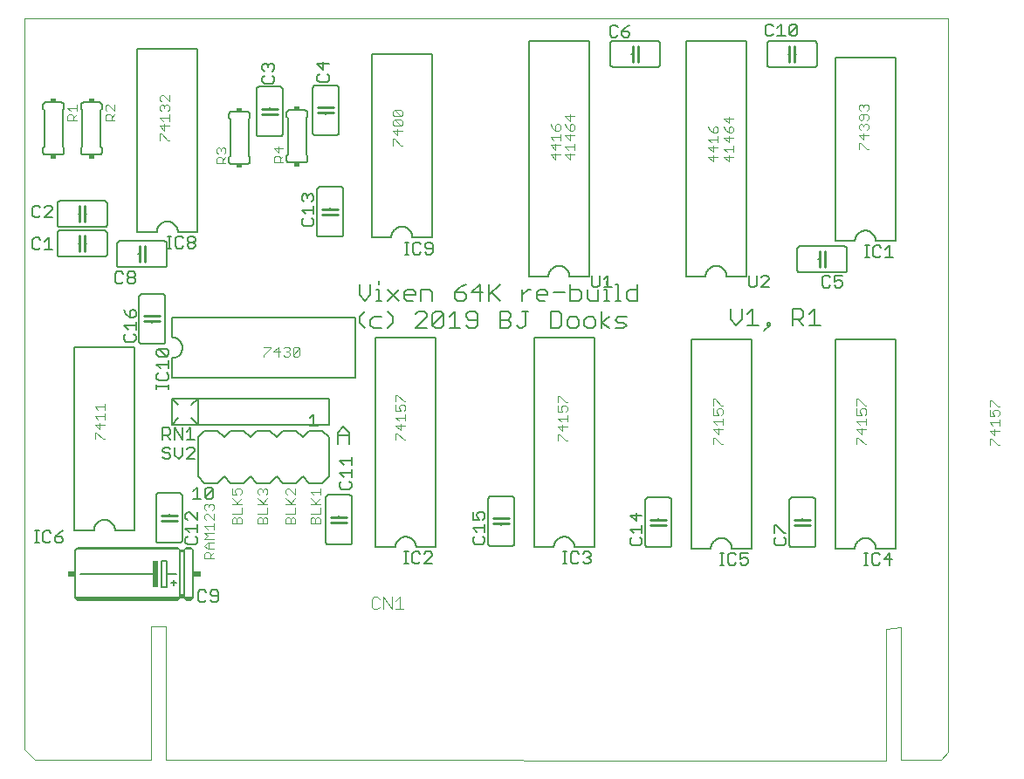
<source format=gto>
G75*
%MOIN*%
%OFA0B0*%
%FSLAX25Y25*%
%IPPOS*%
%LPD*%
%AMOC8*
5,1,8,0,0,1.08239X$1,22.5*
%
%ADD10C,0.00000*%
%ADD11C,0.00600*%
%ADD12C,0.00300*%
%ADD13C,0.00500*%
%ADD14C,0.01000*%
%ADD15R,0.02000X0.01500*%
%ADD16C,0.00400*%
%ADD17C,0.01200*%
%ADD18R,0.02000X0.10000*%
%ADD19R,0.03000X0.02000*%
D10*
X0026198Y0006201D02*
X0030135Y0002299D01*
X0074623Y0002299D01*
X0074623Y0053087D01*
X0080135Y0053087D01*
X0080135Y0002299D01*
X0355331Y0001906D01*
X0355331Y0052299D01*
X0360843Y0052693D01*
X0360843Y0002299D01*
X0376198Y0002299D01*
X0378954Y0005055D01*
X0378954Y0051512D01*
X0378954Y0051394D02*
X0378954Y0285492D01*
X0026198Y0285492D01*
X0026198Y0052000D01*
X0026198Y0052201D02*
X0026198Y0006201D01*
D11*
X0046587Y0063244D02*
X0045587Y0064244D01*
X0045587Y0082244D01*
X0046087Y0082744D01*
X0046587Y0083244D01*
X0084587Y0083244D01*
X0084587Y0083044D01*
X0046587Y0083044D01*
X0046087Y0082744D02*
X0085087Y0082744D01*
X0084587Y0083244D01*
X0085087Y0082744D02*
X0085587Y0082244D01*
X0085587Y0082044D01*
X0087087Y0082044D01*
X0087087Y0082244D01*
X0087587Y0082744D01*
X0090087Y0082744D01*
X0089587Y0083244D01*
X0089587Y0083044D01*
X0088087Y0083044D01*
X0088087Y0083244D02*
X0089587Y0083244D01*
X0090087Y0082744D02*
X0090587Y0082244D01*
X0090587Y0064244D01*
X0087087Y0064244D01*
X0085587Y0064244D01*
X0045587Y0064244D01*
X0046587Y0063244D02*
X0084587Y0063244D01*
X0085587Y0064244D01*
X0085587Y0065244D01*
X0085587Y0081744D01*
X0087087Y0081744D01*
X0087087Y0082044D01*
X0087087Y0082244D02*
X0085587Y0082244D01*
X0085587Y0082044D02*
X0085587Y0081744D01*
X0087087Y0081744D02*
X0087087Y0065244D01*
X0085587Y0065244D01*
X0087087Y0065244D02*
X0087087Y0064244D01*
X0088087Y0063244D01*
X0089587Y0063244D01*
X0090587Y0064244D01*
X0084087Y0069744D02*
X0082087Y0069744D01*
X0083087Y0068744D02*
X0083087Y0070744D01*
X0084087Y0073244D02*
X0080587Y0073244D01*
X0080587Y0068244D01*
X0078587Y0068244D01*
X0078587Y0078244D01*
X0080587Y0078244D01*
X0080587Y0073244D01*
X0075587Y0073244D02*
X0047587Y0073244D01*
X0045300Y0089894D02*
X0052800Y0089894D01*
X0052802Y0090020D01*
X0052808Y0090145D01*
X0052818Y0090270D01*
X0052832Y0090395D01*
X0052849Y0090520D01*
X0052871Y0090644D01*
X0052896Y0090767D01*
X0052926Y0090889D01*
X0052959Y0091010D01*
X0052996Y0091130D01*
X0053036Y0091249D01*
X0053081Y0091366D01*
X0053129Y0091483D01*
X0053181Y0091597D01*
X0053236Y0091710D01*
X0053295Y0091821D01*
X0053357Y0091930D01*
X0053423Y0092037D01*
X0053492Y0092142D01*
X0053564Y0092245D01*
X0053639Y0092346D01*
X0053718Y0092444D01*
X0053800Y0092539D01*
X0053884Y0092632D01*
X0053972Y0092722D01*
X0054062Y0092810D01*
X0054155Y0092894D01*
X0054250Y0092976D01*
X0054348Y0093055D01*
X0054449Y0093130D01*
X0054552Y0093202D01*
X0054657Y0093271D01*
X0054764Y0093337D01*
X0054873Y0093399D01*
X0054984Y0093458D01*
X0055097Y0093513D01*
X0055211Y0093565D01*
X0055328Y0093613D01*
X0055445Y0093658D01*
X0055564Y0093698D01*
X0055684Y0093735D01*
X0055805Y0093768D01*
X0055927Y0093798D01*
X0056050Y0093823D01*
X0056174Y0093845D01*
X0056299Y0093862D01*
X0056424Y0093876D01*
X0056549Y0093886D01*
X0056674Y0093892D01*
X0056800Y0093894D01*
X0056926Y0093892D01*
X0057051Y0093886D01*
X0057176Y0093876D01*
X0057301Y0093862D01*
X0057426Y0093845D01*
X0057550Y0093823D01*
X0057673Y0093798D01*
X0057795Y0093768D01*
X0057916Y0093735D01*
X0058036Y0093698D01*
X0058155Y0093658D01*
X0058272Y0093613D01*
X0058389Y0093565D01*
X0058503Y0093513D01*
X0058616Y0093458D01*
X0058727Y0093399D01*
X0058836Y0093337D01*
X0058943Y0093271D01*
X0059048Y0093202D01*
X0059151Y0093130D01*
X0059252Y0093055D01*
X0059350Y0092976D01*
X0059445Y0092894D01*
X0059538Y0092810D01*
X0059628Y0092722D01*
X0059716Y0092632D01*
X0059800Y0092539D01*
X0059882Y0092444D01*
X0059961Y0092346D01*
X0060036Y0092245D01*
X0060108Y0092142D01*
X0060177Y0092037D01*
X0060243Y0091930D01*
X0060305Y0091821D01*
X0060364Y0091710D01*
X0060419Y0091597D01*
X0060471Y0091483D01*
X0060519Y0091366D01*
X0060564Y0091249D01*
X0060604Y0091130D01*
X0060641Y0091010D01*
X0060674Y0090889D01*
X0060704Y0090767D01*
X0060729Y0090644D01*
X0060751Y0090520D01*
X0060768Y0090395D01*
X0060782Y0090270D01*
X0060792Y0090145D01*
X0060798Y0090020D01*
X0060800Y0089894D01*
X0068300Y0089894D01*
X0068300Y0159894D01*
X0045300Y0159894D01*
X0045300Y0089894D01*
X0076402Y0086091D02*
X0076402Y0103091D01*
X0076404Y0103151D01*
X0076409Y0103212D01*
X0076418Y0103271D01*
X0076431Y0103330D01*
X0076447Y0103389D01*
X0076467Y0103446D01*
X0076490Y0103501D01*
X0076517Y0103556D01*
X0076546Y0103608D01*
X0076579Y0103659D01*
X0076615Y0103708D01*
X0076653Y0103754D01*
X0076695Y0103798D01*
X0076739Y0103840D01*
X0076785Y0103878D01*
X0076834Y0103914D01*
X0076885Y0103947D01*
X0076937Y0103976D01*
X0076992Y0104003D01*
X0077047Y0104026D01*
X0077104Y0104046D01*
X0077163Y0104062D01*
X0077222Y0104075D01*
X0077281Y0104084D01*
X0077342Y0104089D01*
X0077402Y0104091D01*
X0085402Y0104091D01*
X0085462Y0104089D01*
X0085523Y0104084D01*
X0085582Y0104075D01*
X0085641Y0104062D01*
X0085700Y0104046D01*
X0085757Y0104026D01*
X0085812Y0104003D01*
X0085867Y0103976D01*
X0085919Y0103947D01*
X0085970Y0103914D01*
X0086019Y0103878D01*
X0086065Y0103840D01*
X0086109Y0103798D01*
X0086151Y0103754D01*
X0086189Y0103708D01*
X0086225Y0103659D01*
X0086258Y0103608D01*
X0086287Y0103556D01*
X0086314Y0103501D01*
X0086337Y0103446D01*
X0086357Y0103389D01*
X0086373Y0103330D01*
X0086386Y0103271D01*
X0086395Y0103212D01*
X0086400Y0103151D01*
X0086402Y0103091D01*
X0086402Y0086091D01*
X0086400Y0086031D01*
X0086395Y0085970D01*
X0086386Y0085911D01*
X0086373Y0085852D01*
X0086357Y0085793D01*
X0086337Y0085736D01*
X0086314Y0085681D01*
X0086287Y0085626D01*
X0086258Y0085574D01*
X0086225Y0085523D01*
X0086189Y0085474D01*
X0086151Y0085428D01*
X0086109Y0085384D01*
X0086065Y0085342D01*
X0086019Y0085304D01*
X0085970Y0085268D01*
X0085919Y0085235D01*
X0085867Y0085206D01*
X0085812Y0085179D01*
X0085757Y0085156D01*
X0085700Y0085136D01*
X0085641Y0085120D01*
X0085582Y0085107D01*
X0085523Y0085098D01*
X0085462Y0085093D01*
X0085402Y0085091D01*
X0077402Y0085091D01*
X0077342Y0085093D01*
X0077281Y0085098D01*
X0077222Y0085107D01*
X0077163Y0085120D01*
X0077104Y0085136D01*
X0077047Y0085156D01*
X0076992Y0085179D01*
X0076937Y0085206D01*
X0076885Y0085235D01*
X0076834Y0085268D01*
X0076785Y0085304D01*
X0076739Y0085342D01*
X0076695Y0085384D01*
X0076653Y0085428D01*
X0076615Y0085474D01*
X0076579Y0085523D01*
X0076546Y0085574D01*
X0076517Y0085626D01*
X0076490Y0085681D01*
X0076467Y0085736D01*
X0076447Y0085793D01*
X0076431Y0085852D01*
X0076418Y0085911D01*
X0076409Y0085970D01*
X0076404Y0086031D01*
X0076402Y0086091D01*
X0081402Y0093091D02*
X0081402Y0093591D01*
X0081402Y0095591D02*
X0081402Y0096091D01*
X0095036Y0107929D02*
X0092536Y0110429D01*
X0092536Y0125429D01*
X0095036Y0127929D01*
X0100036Y0127929D01*
X0102536Y0125429D01*
X0105036Y0127929D01*
X0110036Y0127929D01*
X0112536Y0125429D01*
X0115036Y0127929D01*
X0120036Y0127929D01*
X0122536Y0125429D01*
X0125036Y0127929D01*
X0130036Y0127929D01*
X0132536Y0125429D01*
X0135036Y0127929D01*
X0140036Y0127929D01*
X0142536Y0125429D01*
X0142536Y0110429D01*
X0140036Y0107929D01*
X0135036Y0107929D01*
X0132536Y0110429D01*
X0130036Y0107929D01*
X0125036Y0107929D01*
X0122536Y0110429D01*
X0120036Y0107929D01*
X0115036Y0107929D01*
X0112536Y0110429D01*
X0110036Y0107929D01*
X0105036Y0107929D01*
X0102536Y0110429D01*
X0100036Y0107929D01*
X0095036Y0107929D01*
X0092418Y0130252D02*
X0082418Y0130252D01*
X0084918Y0132752D01*
X0082418Y0130252D02*
X0082418Y0140252D01*
X0092418Y0140252D01*
X0092418Y0130252D01*
X0142418Y0130252D01*
X0142418Y0140252D01*
X0092418Y0140252D01*
X0089918Y0137752D01*
X0084918Y0137752D02*
X0082418Y0140252D01*
X0082536Y0148161D02*
X0082536Y0155661D01*
X0082662Y0155663D01*
X0082787Y0155669D01*
X0082912Y0155679D01*
X0083037Y0155693D01*
X0083162Y0155710D01*
X0083286Y0155732D01*
X0083409Y0155757D01*
X0083531Y0155787D01*
X0083652Y0155820D01*
X0083772Y0155857D01*
X0083891Y0155897D01*
X0084008Y0155942D01*
X0084125Y0155990D01*
X0084239Y0156042D01*
X0084352Y0156097D01*
X0084463Y0156156D01*
X0084572Y0156218D01*
X0084679Y0156284D01*
X0084784Y0156353D01*
X0084887Y0156425D01*
X0084988Y0156500D01*
X0085086Y0156579D01*
X0085181Y0156661D01*
X0085274Y0156745D01*
X0085364Y0156833D01*
X0085452Y0156923D01*
X0085536Y0157016D01*
X0085618Y0157111D01*
X0085697Y0157209D01*
X0085772Y0157310D01*
X0085844Y0157413D01*
X0085913Y0157518D01*
X0085979Y0157625D01*
X0086041Y0157734D01*
X0086100Y0157845D01*
X0086155Y0157958D01*
X0086207Y0158072D01*
X0086255Y0158189D01*
X0086300Y0158306D01*
X0086340Y0158425D01*
X0086377Y0158545D01*
X0086410Y0158666D01*
X0086440Y0158788D01*
X0086465Y0158911D01*
X0086487Y0159035D01*
X0086504Y0159160D01*
X0086518Y0159285D01*
X0086528Y0159410D01*
X0086534Y0159535D01*
X0086536Y0159661D01*
X0086534Y0159787D01*
X0086528Y0159912D01*
X0086518Y0160037D01*
X0086504Y0160162D01*
X0086487Y0160287D01*
X0086465Y0160411D01*
X0086440Y0160534D01*
X0086410Y0160656D01*
X0086377Y0160777D01*
X0086340Y0160897D01*
X0086300Y0161016D01*
X0086255Y0161133D01*
X0086207Y0161250D01*
X0086155Y0161364D01*
X0086100Y0161477D01*
X0086041Y0161588D01*
X0085979Y0161697D01*
X0085913Y0161804D01*
X0085844Y0161909D01*
X0085772Y0162012D01*
X0085697Y0162113D01*
X0085618Y0162211D01*
X0085536Y0162306D01*
X0085452Y0162399D01*
X0085364Y0162489D01*
X0085274Y0162577D01*
X0085181Y0162661D01*
X0085086Y0162743D01*
X0084988Y0162822D01*
X0084887Y0162897D01*
X0084784Y0162969D01*
X0084679Y0163038D01*
X0084572Y0163104D01*
X0084463Y0163166D01*
X0084352Y0163225D01*
X0084239Y0163280D01*
X0084125Y0163332D01*
X0084008Y0163380D01*
X0083891Y0163425D01*
X0083772Y0163465D01*
X0083652Y0163502D01*
X0083531Y0163535D01*
X0083409Y0163565D01*
X0083286Y0163590D01*
X0083162Y0163612D01*
X0083037Y0163629D01*
X0082912Y0163643D01*
X0082787Y0163653D01*
X0082662Y0163659D01*
X0082536Y0163661D01*
X0082536Y0171161D01*
X0152536Y0171161D01*
X0152536Y0148161D01*
X0082536Y0148161D01*
X0079017Y0161185D02*
X0071017Y0161185D01*
X0070957Y0161187D01*
X0070896Y0161192D01*
X0070837Y0161201D01*
X0070778Y0161214D01*
X0070719Y0161230D01*
X0070662Y0161250D01*
X0070607Y0161273D01*
X0070552Y0161300D01*
X0070500Y0161329D01*
X0070449Y0161362D01*
X0070400Y0161398D01*
X0070354Y0161436D01*
X0070310Y0161478D01*
X0070268Y0161522D01*
X0070230Y0161568D01*
X0070194Y0161617D01*
X0070161Y0161668D01*
X0070132Y0161720D01*
X0070105Y0161775D01*
X0070082Y0161830D01*
X0070062Y0161887D01*
X0070046Y0161946D01*
X0070033Y0162005D01*
X0070024Y0162064D01*
X0070019Y0162125D01*
X0070017Y0162185D01*
X0070017Y0179185D01*
X0070019Y0179245D01*
X0070024Y0179306D01*
X0070033Y0179365D01*
X0070046Y0179424D01*
X0070062Y0179483D01*
X0070082Y0179540D01*
X0070105Y0179595D01*
X0070132Y0179650D01*
X0070161Y0179702D01*
X0070194Y0179753D01*
X0070230Y0179802D01*
X0070268Y0179848D01*
X0070310Y0179892D01*
X0070354Y0179934D01*
X0070400Y0179972D01*
X0070449Y0180008D01*
X0070500Y0180041D01*
X0070552Y0180070D01*
X0070607Y0180097D01*
X0070662Y0180120D01*
X0070719Y0180140D01*
X0070778Y0180156D01*
X0070837Y0180169D01*
X0070896Y0180178D01*
X0070957Y0180183D01*
X0071017Y0180185D01*
X0079017Y0180185D01*
X0079077Y0180183D01*
X0079138Y0180178D01*
X0079197Y0180169D01*
X0079256Y0180156D01*
X0079315Y0180140D01*
X0079372Y0180120D01*
X0079427Y0180097D01*
X0079482Y0180070D01*
X0079534Y0180041D01*
X0079585Y0180008D01*
X0079634Y0179972D01*
X0079680Y0179934D01*
X0079724Y0179892D01*
X0079766Y0179848D01*
X0079804Y0179802D01*
X0079840Y0179753D01*
X0079873Y0179702D01*
X0079902Y0179650D01*
X0079929Y0179595D01*
X0079952Y0179540D01*
X0079972Y0179483D01*
X0079988Y0179424D01*
X0080001Y0179365D01*
X0080010Y0179306D01*
X0080015Y0179245D01*
X0080017Y0179185D01*
X0080017Y0162185D01*
X0080015Y0162125D01*
X0080010Y0162064D01*
X0080001Y0162005D01*
X0079988Y0161946D01*
X0079972Y0161887D01*
X0079952Y0161830D01*
X0079929Y0161775D01*
X0079902Y0161720D01*
X0079873Y0161668D01*
X0079840Y0161617D01*
X0079804Y0161568D01*
X0079766Y0161522D01*
X0079724Y0161478D01*
X0079680Y0161436D01*
X0079634Y0161398D01*
X0079585Y0161362D01*
X0079534Y0161329D01*
X0079482Y0161300D01*
X0079427Y0161273D01*
X0079372Y0161250D01*
X0079315Y0161230D01*
X0079256Y0161214D01*
X0079197Y0161201D01*
X0079138Y0161192D01*
X0079077Y0161187D01*
X0079017Y0161185D01*
X0075017Y0169185D02*
X0075017Y0169685D01*
X0075017Y0171685D02*
X0075017Y0172185D01*
X0079587Y0190394D02*
X0062587Y0190394D01*
X0062527Y0190396D01*
X0062466Y0190401D01*
X0062407Y0190410D01*
X0062348Y0190423D01*
X0062289Y0190439D01*
X0062232Y0190459D01*
X0062177Y0190482D01*
X0062122Y0190509D01*
X0062070Y0190538D01*
X0062019Y0190571D01*
X0061970Y0190607D01*
X0061924Y0190645D01*
X0061880Y0190687D01*
X0061838Y0190731D01*
X0061800Y0190777D01*
X0061764Y0190826D01*
X0061731Y0190877D01*
X0061702Y0190929D01*
X0061675Y0190984D01*
X0061652Y0191039D01*
X0061632Y0191096D01*
X0061616Y0191155D01*
X0061603Y0191214D01*
X0061594Y0191273D01*
X0061589Y0191334D01*
X0061587Y0191394D01*
X0061587Y0199394D01*
X0061589Y0199454D01*
X0061594Y0199515D01*
X0061603Y0199574D01*
X0061616Y0199633D01*
X0061632Y0199692D01*
X0061652Y0199749D01*
X0061675Y0199804D01*
X0061702Y0199859D01*
X0061731Y0199911D01*
X0061764Y0199962D01*
X0061800Y0200011D01*
X0061838Y0200057D01*
X0061880Y0200101D01*
X0061924Y0200143D01*
X0061970Y0200181D01*
X0062019Y0200217D01*
X0062070Y0200250D01*
X0062122Y0200279D01*
X0062177Y0200306D01*
X0062232Y0200329D01*
X0062289Y0200349D01*
X0062348Y0200365D01*
X0062407Y0200378D01*
X0062466Y0200387D01*
X0062527Y0200392D01*
X0062587Y0200394D01*
X0079587Y0200394D01*
X0079647Y0200392D01*
X0079708Y0200387D01*
X0079767Y0200378D01*
X0079826Y0200365D01*
X0079885Y0200349D01*
X0079942Y0200329D01*
X0079997Y0200306D01*
X0080052Y0200279D01*
X0080104Y0200250D01*
X0080155Y0200217D01*
X0080204Y0200181D01*
X0080250Y0200143D01*
X0080294Y0200101D01*
X0080336Y0200057D01*
X0080374Y0200011D01*
X0080410Y0199962D01*
X0080443Y0199911D01*
X0080472Y0199859D01*
X0080499Y0199804D01*
X0080522Y0199749D01*
X0080542Y0199692D01*
X0080558Y0199633D01*
X0080571Y0199574D01*
X0080580Y0199515D01*
X0080585Y0199454D01*
X0080587Y0199394D01*
X0080587Y0191394D01*
X0080585Y0191334D01*
X0080580Y0191273D01*
X0080571Y0191214D01*
X0080558Y0191155D01*
X0080542Y0191096D01*
X0080522Y0191039D01*
X0080499Y0190984D01*
X0080472Y0190929D01*
X0080443Y0190877D01*
X0080410Y0190826D01*
X0080374Y0190777D01*
X0080336Y0190731D01*
X0080294Y0190687D01*
X0080250Y0190645D01*
X0080204Y0190607D01*
X0080155Y0190571D01*
X0080104Y0190538D01*
X0080052Y0190509D01*
X0079997Y0190482D01*
X0079942Y0190459D01*
X0079885Y0190439D01*
X0079826Y0190423D01*
X0079767Y0190410D01*
X0079708Y0190401D01*
X0079647Y0190396D01*
X0079587Y0190394D01*
X0072587Y0195394D02*
X0072087Y0195394D01*
X0070087Y0195394D02*
X0069587Y0195394D01*
X0057800Y0195449D02*
X0057800Y0203449D01*
X0057798Y0203509D01*
X0057793Y0203570D01*
X0057784Y0203629D01*
X0057771Y0203688D01*
X0057755Y0203747D01*
X0057735Y0203804D01*
X0057712Y0203859D01*
X0057685Y0203914D01*
X0057656Y0203966D01*
X0057623Y0204017D01*
X0057587Y0204066D01*
X0057549Y0204112D01*
X0057507Y0204156D01*
X0057463Y0204198D01*
X0057417Y0204236D01*
X0057368Y0204272D01*
X0057317Y0204305D01*
X0057265Y0204334D01*
X0057210Y0204361D01*
X0057155Y0204384D01*
X0057098Y0204404D01*
X0057039Y0204420D01*
X0056980Y0204433D01*
X0056921Y0204442D01*
X0056860Y0204447D01*
X0056800Y0204449D01*
X0039800Y0204449D01*
X0039740Y0204447D01*
X0039679Y0204442D01*
X0039620Y0204433D01*
X0039561Y0204420D01*
X0039502Y0204404D01*
X0039445Y0204384D01*
X0039390Y0204361D01*
X0039335Y0204334D01*
X0039283Y0204305D01*
X0039232Y0204272D01*
X0039183Y0204236D01*
X0039137Y0204198D01*
X0039093Y0204156D01*
X0039051Y0204112D01*
X0039013Y0204066D01*
X0038977Y0204017D01*
X0038944Y0203966D01*
X0038915Y0203914D01*
X0038888Y0203859D01*
X0038865Y0203804D01*
X0038845Y0203747D01*
X0038829Y0203688D01*
X0038816Y0203629D01*
X0038807Y0203570D01*
X0038802Y0203509D01*
X0038800Y0203449D01*
X0038800Y0195449D01*
X0038802Y0195389D01*
X0038807Y0195328D01*
X0038816Y0195269D01*
X0038829Y0195210D01*
X0038845Y0195151D01*
X0038865Y0195094D01*
X0038888Y0195039D01*
X0038915Y0194984D01*
X0038944Y0194932D01*
X0038977Y0194881D01*
X0039013Y0194832D01*
X0039051Y0194786D01*
X0039093Y0194742D01*
X0039137Y0194700D01*
X0039183Y0194662D01*
X0039232Y0194626D01*
X0039283Y0194593D01*
X0039335Y0194564D01*
X0039390Y0194537D01*
X0039445Y0194514D01*
X0039502Y0194494D01*
X0039561Y0194478D01*
X0039620Y0194465D01*
X0039679Y0194456D01*
X0039740Y0194451D01*
X0039800Y0194449D01*
X0056800Y0194449D01*
X0056860Y0194451D01*
X0056921Y0194456D01*
X0056980Y0194465D01*
X0057039Y0194478D01*
X0057098Y0194494D01*
X0057155Y0194514D01*
X0057210Y0194537D01*
X0057265Y0194564D01*
X0057317Y0194593D01*
X0057368Y0194626D01*
X0057417Y0194662D01*
X0057463Y0194700D01*
X0057507Y0194742D01*
X0057549Y0194786D01*
X0057587Y0194832D01*
X0057623Y0194881D01*
X0057656Y0194932D01*
X0057685Y0194984D01*
X0057712Y0195039D01*
X0057735Y0195094D01*
X0057755Y0195151D01*
X0057771Y0195210D01*
X0057784Y0195269D01*
X0057793Y0195328D01*
X0057798Y0195389D01*
X0057800Y0195449D01*
X0049800Y0199449D02*
X0049300Y0199449D01*
X0047300Y0199449D02*
X0046800Y0199449D01*
X0039800Y0205693D02*
X0056800Y0205693D01*
X0056860Y0205695D01*
X0056921Y0205700D01*
X0056980Y0205709D01*
X0057039Y0205722D01*
X0057098Y0205738D01*
X0057155Y0205758D01*
X0057210Y0205781D01*
X0057265Y0205808D01*
X0057317Y0205837D01*
X0057368Y0205870D01*
X0057417Y0205906D01*
X0057463Y0205944D01*
X0057507Y0205986D01*
X0057549Y0206030D01*
X0057587Y0206076D01*
X0057623Y0206125D01*
X0057656Y0206176D01*
X0057685Y0206228D01*
X0057712Y0206283D01*
X0057735Y0206338D01*
X0057755Y0206395D01*
X0057771Y0206454D01*
X0057784Y0206513D01*
X0057793Y0206572D01*
X0057798Y0206633D01*
X0057800Y0206693D01*
X0057800Y0214693D01*
X0057798Y0214753D01*
X0057793Y0214814D01*
X0057784Y0214873D01*
X0057771Y0214932D01*
X0057755Y0214991D01*
X0057735Y0215048D01*
X0057712Y0215103D01*
X0057685Y0215158D01*
X0057656Y0215210D01*
X0057623Y0215261D01*
X0057587Y0215310D01*
X0057549Y0215356D01*
X0057507Y0215400D01*
X0057463Y0215442D01*
X0057417Y0215480D01*
X0057368Y0215516D01*
X0057317Y0215549D01*
X0057265Y0215578D01*
X0057210Y0215605D01*
X0057155Y0215628D01*
X0057098Y0215648D01*
X0057039Y0215664D01*
X0056980Y0215677D01*
X0056921Y0215686D01*
X0056860Y0215691D01*
X0056800Y0215693D01*
X0039800Y0215693D01*
X0039740Y0215691D01*
X0039679Y0215686D01*
X0039620Y0215677D01*
X0039561Y0215664D01*
X0039502Y0215648D01*
X0039445Y0215628D01*
X0039390Y0215605D01*
X0039335Y0215578D01*
X0039283Y0215549D01*
X0039232Y0215516D01*
X0039183Y0215480D01*
X0039137Y0215442D01*
X0039093Y0215400D01*
X0039051Y0215356D01*
X0039013Y0215310D01*
X0038977Y0215261D01*
X0038944Y0215210D01*
X0038915Y0215158D01*
X0038888Y0215103D01*
X0038865Y0215048D01*
X0038845Y0214991D01*
X0038829Y0214932D01*
X0038816Y0214873D01*
X0038807Y0214814D01*
X0038802Y0214753D01*
X0038800Y0214693D01*
X0038800Y0206693D01*
X0038802Y0206633D01*
X0038807Y0206572D01*
X0038816Y0206513D01*
X0038829Y0206454D01*
X0038845Y0206395D01*
X0038865Y0206338D01*
X0038888Y0206283D01*
X0038915Y0206228D01*
X0038944Y0206176D01*
X0038977Y0206125D01*
X0039013Y0206076D01*
X0039051Y0206030D01*
X0039093Y0205986D01*
X0039137Y0205944D01*
X0039183Y0205906D01*
X0039232Y0205870D01*
X0039283Y0205837D01*
X0039335Y0205808D01*
X0039390Y0205781D01*
X0039445Y0205758D01*
X0039502Y0205738D01*
X0039561Y0205722D01*
X0039620Y0205709D01*
X0039679Y0205700D01*
X0039740Y0205695D01*
X0039800Y0205693D01*
X0046800Y0210693D02*
X0047300Y0210693D01*
X0049300Y0210693D02*
X0049800Y0210693D01*
X0069300Y0203894D02*
X0076800Y0203894D01*
X0076802Y0204020D01*
X0076808Y0204145D01*
X0076818Y0204270D01*
X0076832Y0204395D01*
X0076849Y0204520D01*
X0076871Y0204644D01*
X0076896Y0204767D01*
X0076926Y0204889D01*
X0076959Y0205010D01*
X0076996Y0205130D01*
X0077036Y0205249D01*
X0077081Y0205366D01*
X0077129Y0205483D01*
X0077181Y0205597D01*
X0077236Y0205710D01*
X0077295Y0205821D01*
X0077357Y0205930D01*
X0077423Y0206037D01*
X0077492Y0206142D01*
X0077564Y0206245D01*
X0077639Y0206346D01*
X0077718Y0206444D01*
X0077800Y0206539D01*
X0077884Y0206632D01*
X0077972Y0206722D01*
X0078062Y0206810D01*
X0078155Y0206894D01*
X0078250Y0206976D01*
X0078348Y0207055D01*
X0078449Y0207130D01*
X0078552Y0207202D01*
X0078657Y0207271D01*
X0078764Y0207337D01*
X0078873Y0207399D01*
X0078984Y0207458D01*
X0079097Y0207513D01*
X0079211Y0207565D01*
X0079328Y0207613D01*
X0079445Y0207658D01*
X0079564Y0207698D01*
X0079684Y0207735D01*
X0079805Y0207768D01*
X0079927Y0207798D01*
X0080050Y0207823D01*
X0080174Y0207845D01*
X0080299Y0207862D01*
X0080424Y0207876D01*
X0080549Y0207886D01*
X0080674Y0207892D01*
X0080800Y0207894D01*
X0080926Y0207892D01*
X0081051Y0207886D01*
X0081176Y0207876D01*
X0081301Y0207862D01*
X0081426Y0207845D01*
X0081550Y0207823D01*
X0081673Y0207798D01*
X0081795Y0207768D01*
X0081916Y0207735D01*
X0082036Y0207698D01*
X0082155Y0207658D01*
X0082272Y0207613D01*
X0082389Y0207565D01*
X0082503Y0207513D01*
X0082616Y0207458D01*
X0082727Y0207399D01*
X0082836Y0207337D01*
X0082943Y0207271D01*
X0083048Y0207202D01*
X0083151Y0207130D01*
X0083252Y0207055D01*
X0083350Y0206976D01*
X0083445Y0206894D01*
X0083538Y0206810D01*
X0083628Y0206722D01*
X0083716Y0206632D01*
X0083800Y0206539D01*
X0083882Y0206444D01*
X0083961Y0206346D01*
X0084036Y0206245D01*
X0084108Y0206142D01*
X0084177Y0206037D01*
X0084243Y0205930D01*
X0084305Y0205821D01*
X0084364Y0205710D01*
X0084419Y0205597D01*
X0084471Y0205483D01*
X0084519Y0205366D01*
X0084564Y0205249D01*
X0084604Y0205130D01*
X0084641Y0205010D01*
X0084674Y0204889D01*
X0084704Y0204767D01*
X0084729Y0204644D01*
X0084751Y0204520D01*
X0084768Y0204395D01*
X0084782Y0204270D01*
X0084792Y0204145D01*
X0084798Y0204020D01*
X0084800Y0203894D01*
X0092300Y0203894D01*
X0092300Y0273894D01*
X0069300Y0273894D01*
X0069300Y0203894D01*
X0104300Y0230894D02*
X0104300Y0232394D01*
X0104800Y0232894D01*
X0104800Y0246894D01*
X0104300Y0247394D01*
X0104300Y0248894D01*
X0104302Y0248954D01*
X0104307Y0249015D01*
X0104316Y0249074D01*
X0104329Y0249133D01*
X0104345Y0249192D01*
X0104365Y0249249D01*
X0104388Y0249304D01*
X0104415Y0249359D01*
X0104444Y0249411D01*
X0104477Y0249462D01*
X0104513Y0249511D01*
X0104551Y0249557D01*
X0104593Y0249601D01*
X0104637Y0249643D01*
X0104683Y0249681D01*
X0104732Y0249717D01*
X0104783Y0249750D01*
X0104835Y0249779D01*
X0104890Y0249806D01*
X0104945Y0249829D01*
X0105002Y0249849D01*
X0105061Y0249865D01*
X0105120Y0249878D01*
X0105179Y0249887D01*
X0105240Y0249892D01*
X0105300Y0249894D01*
X0111300Y0249894D01*
X0111360Y0249892D01*
X0111421Y0249887D01*
X0111480Y0249878D01*
X0111539Y0249865D01*
X0111598Y0249849D01*
X0111655Y0249829D01*
X0111710Y0249806D01*
X0111765Y0249779D01*
X0111817Y0249750D01*
X0111868Y0249717D01*
X0111917Y0249681D01*
X0111963Y0249643D01*
X0112007Y0249601D01*
X0112049Y0249557D01*
X0112087Y0249511D01*
X0112123Y0249462D01*
X0112156Y0249411D01*
X0112185Y0249359D01*
X0112212Y0249304D01*
X0112235Y0249249D01*
X0112255Y0249192D01*
X0112271Y0249133D01*
X0112284Y0249074D01*
X0112293Y0249015D01*
X0112298Y0248954D01*
X0112300Y0248894D01*
X0112300Y0247394D01*
X0111800Y0246894D01*
X0111800Y0232894D01*
X0112300Y0232394D01*
X0112300Y0230894D01*
X0112298Y0230834D01*
X0112293Y0230773D01*
X0112284Y0230714D01*
X0112271Y0230655D01*
X0112255Y0230596D01*
X0112235Y0230539D01*
X0112212Y0230484D01*
X0112185Y0230429D01*
X0112156Y0230377D01*
X0112123Y0230326D01*
X0112087Y0230277D01*
X0112049Y0230231D01*
X0112007Y0230187D01*
X0111963Y0230145D01*
X0111917Y0230107D01*
X0111868Y0230071D01*
X0111817Y0230038D01*
X0111765Y0230009D01*
X0111710Y0229982D01*
X0111655Y0229959D01*
X0111598Y0229939D01*
X0111539Y0229923D01*
X0111480Y0229910D01*
X0111421Y0229901D01*
X0111360Y0229896D01*
X0111300Y0229894D01*
X0105300Y0229894D01*
X0105240Y0229896D01*
X0105179Y0229901D01*
X0105120Y0229910D01*
X0105061Y0229923D01*
X0105002Y0229939D01*
X0104945Y0229959D01*
X0104890Y0229982D01*
X0104835Y0230009D01*
X0104783Y0230038D01*
X0104732Y0230071D01*
X0104683Y0230107D01*
X0104637Y0230145D01*
X0104593Y0230187D01*
X0104551Y0230231D01*
X0104513Y0230277D01*
X0104477Y0230326D01*
X0104444Y0230377D01*
X0104415Y0230429D01*
X0104388Y0230484D01*
X0104365Y0230539D01*
X0104345Y0230596D01*
X0104329Y0230655D01*
X0104316Y0230714D01*
X0104307Y0230773D01*
X0104302Y0230834D01*
X0104300Y0230894D01*
X0114800Y0241394D02*
X0114800Y0258394D01*
X0114802Y0258454D01*
X0114807Y0258515D01*
X0114816Y0258574D01*
X0114829Y0258633D01*
X0114845Y0258692D01*
X0114865Y0258749D01*
X0114888Y0258804D01*
X0114915Y0258859D01*
X0114944Y0258911D01*
X0114977Y0258962D01*
X0115013Y0259011D01*
X0115051Y0259057D01*
X0115093Y0259101D01*
X0115137Y0259143D01*
X0115183Y0259181D01*
X0115232Y0259217D01*
X0115283Y0259250D01*
X0115335Y0259279D01*
X0115390Y0259306D01*
X0115445Y0259329D01*
X0115502Y0259349D01*
X0115561Y0259365D01*
X0115620Y0259378D01*
X0115679Y0259387D01*
X0115740Y0259392D01*
X0115800Y0259394D01*
X0123800Y0259394D01*
X0123860Y0259392D01*
X0123921Y0259387D01*
X0123980Y0259378D01*
X0124039Y0259365D01*
X0124098Y0259349D01*
X0124155Y0259329D01*
X0124210Y0259306D01*
X0124265Y0259279D01*
X0124317Y0259250D01*
X0124368Y0259217D01*
X0124417Y0259181D01*
X0124463Y0259143D01*
X0124507Y0259101D01*
X0124549Y0259057D01*
X0124587Y0259011D01*
X0124623Y0258962D01*
X0124656Y0258911D01*
X0124685Y0258859D01*
X0124712Y0258804D01*
X0124735Y0258749D01*
X0124755Y0258692D01*
X0124771Y0258633D01*
X0124784Y0258574D01*
X0124793Y0258515D01*
X0124798Y0258454D01*
X0124800Y0258394D01*
X0124800Y0241394D01*
X0124798Y0241334D01*
X0124793Y0241273D01*
X0124784Y0241214D01*
X0124771Y0241155D01*
X0124755Y0241096D01*
X0124735Y0241039D01*
X0124712Y0240984D01*
X0124685Y0240929D01*
X0124656Y0240877D01*
X0124623Y0240826D01*
X0124587Y0240777D01*
X0124549Y0240731D01*
X0124507Y0240687D01*
X0124463Y0240645D01*
X0124417Y0240607D01*
X0124368Y0240571D01*
X0124317Y0240538D01*
X0124265Y0240509D01*
X0124210Y0240482D01*
X0124155Y0240459D01*
X0124098Y0240439D01*
X0124039Y0240423D01*
X0123980Y0240410D01*
X0123921Y0240401D01*
X0123860Y0240396D01*
X0123800Y0240394D01*
X0115800Y0240394D01*
X0115740Y0240396D01*
X0115679Y0240401D01*
X0115620Y0240410D01*
X0115561Y0240423D01*
X0115502Y0240439D01*
X0115445Y0240459D01*
X0115390Y0240482D01*
X0115335Y0240509D01*
X0115283Y0240538D01*
X0115232Y0240571D01*
X0115183Y0240607D01*
X0115137Y0240645D01*
X0115093Y0240687D01*
X0115051Y0240731D01*
X0115013Y0240777D01*
X0114977Y0240826D01*
X0114944Y0240877D01*
X0114915Y0240929D01*
X0114888Y0240984D01*
X0114865Y0241039D01*
X0114845Y0241096D01*
X0114829Y0241155D01*
X0114816Y0241214D01*
X0114807Y0241273D01*
X0114802Y0241334D01*
X0114800Y0241394D01*
X0119800Y0248394D02*
X0119800Y0248894D01*
X0119800Y0250894D02*
X0119800Y0251394D01*
X0126300Y0249394D02*
X0126300Y0247894D01*
X0126800Y0247394D01*
X0126800Y0233394D01*
X0126300Y0232894D01*
X0126300Y0231394D01*
X0126302Y0231334D01*
X0126307Y0231273D01*
X0126316Y0231214D01*
X0126329Y0231155D01*
X0126345Y0231096D01*
X0126365Y0231039D01*
X0126388Y0230984D01*
X0126415Y0230929D01*
X0126444Y0230877D01*
X0126477Y0230826D01*
X0126513Y0230777D01*
X0126551Y0230731D01*
X0126593Y0230687D01*
X0126637Y0230645D01*
X0126683Y0230607D01*
X0126732Y0230571D01*
X0126783Y0230538D01*
X0126835Y0230509D01*
X0126890Y0230482D01*
X0126945Y0230459D01*
X0127002Y0230439D01*
X0127061Y0230423D01*
X0127120Y0230410D01*
X0127179Y0230401D01*
X0127240Y0230396D01*
X0127300Y0230394D01*
X0133300Y0230394D01*
X0133360Y0230396D01*
X0133421Y0230401D01*
X0133480Y0230410D01*
X0133539Y0230423D01*
X0133598Y0230439D01*
X0133655Y0230459D01*
X0133710Y0230482D01*
X0133765Y0230509D01*
X0133817Y0230538D01*
X0133868Y0230571D01*
X0133917Y0230607D01*
X0133963Y0230645D01*
X0134007Y0230687D01*
X0134049Y0230731D01*
X0134087Y0230777D01*
X0134123Y0230826D01*
X0134156Y0230877D01*
X0134185Y0230929D01*
X0134212Y0230984D01*
X0134235Y0231039D01*
X0134255Y0231096D01*
X0134271Y0231155D01*
X0134284Y0231214D01*
X0134293Y0231273D01*
X0134298Y0231334D01*
X0134300Y0231394D01*
X0134300Y0232894D01*
X0133800Y0233394D01*
X0133800Y0247394D01*
X0134300Y0247894D01*
X0134300Y0249394D01*
X0134298Y0249454D01*
X0134293Y0249515D01*
X0134284Y0249574D01*
X0134271Y0249633D01*
X0134255Y0249692D01*
X0134235Y0249749D01*
X0134212Y0249804D01*
X0134185Y0249859D01*
X0134156Y0249911D01*
X0134123Y0249962D01*
X0134087Y0250011D01*
X0134049Y0250057D01*
X0134007Y0250101D01*
X0133963Y0250143D01*
X0133917Y0250181D01*
X0133868Y0250217D01*
X0133817Y0250250D01*
X0133765Y0250279D01*
X0133710Y0250306D01*
X0133655Y0250329D01*
X0133598Y0250349D01*
X0133539Y0250365D01*
X0133480Y0250378D01*
X0133421Y0250387D01*
X0133360Y0250392D01*
X0133300Y0250394D01*
X0127300Y0250394D01*
X0127240Y0250392D01*
X0127179Y0250387D01*
X0127120Y0250378D01*
X0127061Y0250365D01*
X0127002Y0250349D01*
X0126945Y0250329D01*
X0126890Y0250306D01*
X0126835Y0250279D01*
X0126783Y0250250D01*
X0126732Y0250217D01*
X0126683Y0250181D01*
X0126637Y0250143D01*
X0126593Y0250101D01*
X0126551Y0250057D01*
X0126513Y0250011D01*
X0126477Y0249962D01*
X0126444Y0249911D01*
X0126415Y0249859D01*
X0126388Y0249804D01*
X0126365Y0249749D01*
X0126345Y0249692D01*
X0126329Y0249633D01*
X0126316Y0249574D01*
X0126307Y0249515D01*
X0126302Y0249454D01*
X0126300Y0249394D01*
X0136300Y0241894D02*
X0136300Y0258894D01*
X0136302Y0258954D01*
X0136307Y0259015D01*
X0136316Y0259074D01*
X0136329Y0259133D01*
X0136345Y0259192D01*
X0136365Y0259249D01*
X0136388Y0259304D01*
X0136415Y0259359D01*
X0136444Y0259411D01*
X0136477Y0259462D01*
X0136513Y0259511D01*
X0136551Y0259557D01*
X0136593Y0259601D01*
X0136637Y0259643D01*
X0136683Y0259681D01*
X0136732Y0259717D01*
X0136783Y0259750D01*
X0136835Y0259779D01*
X0136890Y0259806D01*
X0136945Y0259829D01*
X0137002Y0259849D01*
X0137061Y0259865D01*
X0137120Y0259878D01*
X0137179Y0259887D01*
X0137240Y0259892D01*
X0137300Y0259894D01*
X0145300Y0259894D01*
X0145360Y0259892D01*
X0145421Y0259887D01*
X0145480Y0259878D01*
X0145539Y0259865D01*
X0145598Y0259849D01*
X0145655Y0259829D01*
X0145710Y0259806D01*
X0145765Y0259779D01*
X0145817Y0259750D01*
X0145868Y0259717D01*
X0145917Y0259681D01*
X0145963Y0259643D01*
X0146007Y0259601D01*
X0146049Y0259557D01*
X0146087Y0259511D01*
X0146123Y0259462D01*
X0146156Y0259411D01*
X0146185Y0259359D01*
X0146212Y0259304D01*
X0146235Y0259249D01*
X0146255Y0259192D01*
X0146271Y0259133D01*
X0146284Y0259074D01*
X0146293Y0259015D01*
X0146298Y0258954D01*
X0146300Y0258894D01*
X0146300Y0241894D01*
X0146298Y0241834D01*
X0146293Y0241773D01*
X0146284Y0241714D01*
X0146271Y0241655D01*
X0146255Y0241596D01*
X0146235Y0241539D01*
X0146212Y0241484D01*
X0146185Y0241429D01*
X0146156Y0241377D01*
X0146123Y0241326D01*
X0146087Y0241277D01*
X0146049Y0241231D01*
X0146007Y0241187D01*
X0145963Y0241145D01*
X0145917Y0241107D01*
X0145868Y0241071D01*
X0145817Y0241038D01*
X0145765Y0241009D01*
X0145710Y0240982D01*
X0145655Y0240959D01*
X0145598Y0240939D01*
X0145539Y0240923D01*
X0145480Y0240910D01*
X0145421Y0240901D01*
X0145360Y0240896D01*
X0145300Y0240894D01*
X0137300Y0240894D01*
X0137240Y0240896D01*
X0137179Y0240901D01*
X0137120Y0240910D01*
X0137061Y0240923D01*
X0137002Y0240939D01*
X0136945Y0240959D01*
X0136890Y0240982D01*
X0136835Y0241009D01*
X0136783Y0241038D01*
X0136732Y0241071D01*
X0136683Y0241107D01*
X0136637Y0241145D01*
X0136593Y0241187D01*
X0136551Y0241231D01*
X0136513Y0241277D01*
X0136477Y0241326D01*
X0136444Y0241377D01*
X0136415Y0241429D01*
X0136388Y0241484D01*
X0136365Y0241539D01*
X0136345Y0241596D01*
X0136329Y0241655D01*
X0136316Y0241714D01*
X0136307Y0241773D01*
X0136302Y0241834D01*
X0136300Y0241894D01*
X0141300Y0248894D02*
X0141300Y0249394D01*
X0141300Y0251394D02*
X0141300Y0251894D01*
X0158800Y0271894D02*
X0181800Y0271894D01*
X0181800Y0201894D01*
X0174300Y0201894D01*
X0174298Y0202020D01*
X0174292Y0202145D01*
X0174282Y0202270D01*
X0174268Y0202395D01*
X0174251Y0202520D01*
X0174229Y0202644D01*
X0174204Y0202767D01*
X0174174Y0202889D01*
X0174141Y0203010D01*
X0174104Y0203130D01*
X0174064Y0203249D01*
X0174019Y0203366D01*
X0173971Y0203483D01*
X0173919Y0203597D01*
X0173864Y0203710D01*
X0173805Y0203821D01*
X0173743Y0203930D01*
X0173677Y0204037D01*
X0173608Y0204142D01*
X0173536Y0204245D01*
X0173461Y0204346D01*
X0173382Y0204444D01*
X0173300Y0204539D01*
X0173216Y0204632D01*
X0173128Y0204722D01*
X0173038Y0204810D01*
X0172945Y0204894D01*
X0172850Y0204976D01*
X0172752Y0205055D01*
X0172651Y0205130D01*
X0172548Y0205202D01*
X0172443Y0205271D01*
X0172336Y0205337D01*
X0172227Y0205399D01*
X0172116Y0205458D01*
X0172003Y0205513D01*
X0171889Y0205565D01*
X0171772Y0205613D01*
X0171655Y0205658D01*
X0171536Y0205698D01*
X0171416Y0205735D01*
X0171295Y0205768D01*
X0171173Y0205798D01*
X0171050Y0205823D01*
X0170926Y0205845D01*
X0170801Y0205862D01*
X0170676Y0205876D01*
X0170551Y0205886D01*
X0170426Y0205892D01*
X0170300Y0205894D01*
X0170174Y0205892D01*
X0170049Y0205886D01*
X0169924Y0205876D01*
X0169799Y0205862D01*
X0169674Y0205845D01*
X0169550Y0205823D01*
X0169427Y0205798D01*
X0169305Y0205768D01*
X0169184Y0205735D01*
X0169064Y0205698D01*
X0168945Y0205658D01*
X0168828Y0205613D01*
X0168711Y0205565D01*
X0168597Y0205513D01*
X0168484Y0205458D01*
X0168373Y0205399D01*
X0168264Y0205337D01*
X0168157Y0205271D01*
X0168052Y0205202D01*
X0167949Y0205130D01*
X0167848Y0205055D01*
X0167750Y0204976D01*
X0167655Y0204894D01*
X0167562Y0204810D01*
X0167472Y0204722D01*
X0167384Y0204632D01*
X0167300Y0204539D01*
X0167218Y0204444D01*
X0167139Y0204346D01*
X0167064Y0204245D01*
X0166992Y0204142D01*
X0166923Y0204037D01*
X0166857Y0203930D01*
X0166795Y0203821D01*
X0166736Y0203710D01*
X0166681Y0203597D01*
X0166629Y0203483D01*
X0166581Y0203366D01*
X0166536Y0203249D01*
X0166496Y0203130D01*
X0166459Y0203010D01*
X0166426Y0202889D01*
X0166396Y0202767D01*
X0166371Y0202644D01*
X0166349Y0202520D01*
X0166332Y0202395D01*
X0166318Y0202270D01*
X0166308Y0202145D01*
X0166302Y0202020D01*
X0166300Y0201894D01*
X0158800Y0201894D01*
X0158800Y0271894D01*
X0218800Y0276894D02*
X0241800Y0276894D01*
X0241800Y0186894D01*
X0234300Y0186894D01*
X0234625Y0183953D02*
X0234625Y0177548D01*
X0237828Y0177548D01*
X0238896Y0178616D01*
X0238896Y0180751D01*
X0237828Y0181818D01*
X0234625Y0181818D01*
X0232450Y0180751D02*
X0228180Y0180751D01*
X0226005Y0180751D02*
X0226005Y0179683D01*
X0221734Y0179683D01*
X0221734Y0178616D02*
X0221734Y0180751D01*
X0222802Y0181818D01*
X0224937Y0181818D01*
X0226005Y0180751D01*
X0224937Y0177548D02*
X0222802Y0177548D01*
X0221734Y0178616D01*
X0219566Y0181818D02*
X0218498Y0181818D01*
X0216363Y0179683D01*
X0216363Y0177548D02*
X0216363Y0181818D01*
X0218800Y0186894D02*
X0226300Y0186894D01*
X0226302Y0187020D01*
X0226308Y0187145D01*
X0226318Y0187270D01*
X0226332Y0187395D01*
X0226349Y0187520D01*
X0226371Y0187644D01*
X0226396Y0187767D01*
X0226426Y0187889D01*
X0226459Y0188010D01*
X0226496Y0188130D01*
X0226536Y0188249D01*
X0226581Y0188366D01*
X0226629Y0188483D01*
X0226681Y0188597D01*
X0226736Y0188710D01*
X0226795Y0188821D01*
X0226857Y0188930D01*
X0226923Y0189037D01*
X0226992Y0189142D01*
X0227064Y0189245D01*
X0227139Y0189346D01*
X0227218Y0189444D01*
X0227300Y0189539D01*
X0227384Y0189632D01*
X0227472Y0189722D01*
X0227562Y0189810D01*
X0227655Y0189894D01*
X0227750Y0189976D01*
X0227848Y0190055D01*
X0227949Y0190130D01*
X0228052Y0190202D01*
X0228157Y0190271D01*
X0228264Y0190337D01*
X0228373Y0190399D01*
X0228484Y0190458D01*
X0228597Y0190513D01*
X0228711Y0190565D01*
X0228828Y0190613D01*
X0228945Y0190658D01*
X0229064Y0190698D01*
X0229184Y0190735D01*
X0229305Y0190768D01*
X0229427Y0190798D01*
X0229550Y0190823D01*
X0229674Y0190845D01*
X0229799Y0190862D01*
X0229924Y0190876D01*
X0230049Y0190886D01*
X0230174Y0190892D01*
X0230300Y0190894D01*
X0230426Y0190892D01*
X0230551Y0190886D01*
X0230676Y0190876D01*
X0230801Y0190862D01*
X0230926Y0190845D01*
X0231050Y0190823D01*
X0231173Y0190798D01*
X0231295Y0190768D01*
X0231416Y0190735D01*
X0231536Y0190698D01*
X0231655Y0190658D01*
X0231772Y0190613D01*
X0231889Y0190565D01*
X0232003Y0190513D01*
X0232116Y0190458D01*
X0232227Y0190399D01*
X0232336Y0190337D01*
X0232443Y0190271D01*
X0232548Y0190202D01*
X0232651Y0190130D01*
X0232752Y0190055D01*
X0232850Y0189976D01*
X0232945Y0189894D01*
X0233038Y0189810D01*
X0233128Y0189722D01*
X0233216Y0189632D01*
X0233300Y0189539D01*
X0233382Y0189444D01*
X0233461Y0189346D01*
X0233536Y0189245D01*
X0233608Y0189142D01*
X0233677Y0189037D01*
X0233743Y0188930D01*
X0233805Y0188821D01*
X0233864Y0188710D01*
X0233919Y0188597D01*
X0233971Y0188483D01*
X0234019Y0188366D01*
X0234064Y0188249D01*
X0234104Y0188130D01*
X0234141Y0188010D01*
X0234174Y0187889D01*
X0234204Y0187767D01*
X0234229Y0187644D01*
X0234251Y0187520D01*
X0234268Y0187395D01*
X0234282Y0187270D01*
X0234292Y0187145D01*
X0234298Y0187020D01*
X0234300Y0186894D01*
X0241071Y0181818D02*
X0241071Y0178616D01*
X0242138Y0177548D01*
X0245341Y0177548D01*
X0245341Y0181818D01*
X0247516Y0181818D02*
X0248584Y0181818D01*
X0248584Y0177548D01*
X0247516Y0177548D02*
X0249652Y0177548D01*
X0251813Y0177548D02*
X0253949Y0177548D01*
X0252881Y0177548D02*
X0252881Y0183953D01*
X0251813Y0183953D01*
X0248584Y0183953D02*
X0248584Y0185021D01*
X0256110Y0180751D02*
X0256110Y0178616D01*
X0257178Y0177548D01*
X0260381Y0177548D01*
X0260381Y0183953D01*
X0260381Y0181818D02*
X0257178Y0181818D01*
X0256110Y0180751D01*
X0246442Y0173453D02*
X0246442Y0167048D01*
X0246442Y0169183D02*
X0249645Y0171318D01*
X0251813Y0170251D02*
X0252881Y0171318D01*
X0256084Y0171318D01*
X0255016Y0169183D02*
X0252881Y0169183D01*
X0251813Y0170251D01*
X0251813Y0167048D02*
X0255016Y0167048D01*
X0256084Y0168116D01*
X0255016Y0169183D01*
X0249645Y0167048D02*
X0246442Y0169183D01*
X0244267Y0168116D02*
X0244267Y0170251D01*
X0243199Y0171318D01*
X0241064Y0171318D01*
X0239997Y0170251D01*
X0239997Y0168116D01*
X0241064Y0167048D01*
X0243199Y0167048D01*
X0244267Y0168116D01*
X0243800Y0163394D02*
X0220800Y0163394D01*
X0220800Y0083394D01*
X0228300Y0083394D01*
X0228302Y0083520D01*
X0228308Y0083645D01*
X0228318Y0083770D01*
X0228332Y0083895D01*
X0228349Y0084020D01*
X0228371Y0084144D01*
X0228396Y0084267D01*
X0228426Y0084389D01*
X0228459Y0084510D01*
X0228496Y0084630D01*
X0228536Y0084749D01*
X0228581Y0084866D01*
X0228629Y0084983D01*
X0228681Y0085097D01*
X0228736Y0085210D01*
X0228795Y0085321D01*
X0228857Y0085430D01*
X0228923Y0085537D01*
X0228992Y0085642D01*
X0229064Y0085745D01*
X0229139Y0085846D01*
X0229218Y0085944D01*
X0229300Y0086039D01*
X0229384Y0086132D01*
X0229472Y0086222D01*
X0229562Y0086310D01*
X0229655Y0086394D01*
X0229750Y0086476D01*
X0229848Y0086555D01*
X0229949Y0086630D01*
X0230052Y0086702D01*
X0230157Y0086771D01*
X0230264Y0086837D01*
X0230373Y0086899D01*
X0230484Y0086958D01*
X0230597Y0087013D01*
X0230711Y0087065D01*
X0230828Y0087113D01*
X0230945Y0087158D01*
X0231064Y0087198D01*
X0231184Y0087235D01*
X0231305Y0087268D01*
X0231427Y0087298D01*
X0231550Y0087323D01*
X0231674Y0087345D01*
X0231799Y0087362D01*
X0231924Y0087376D01*
X0232049Y0087386D01*
X0232174Y0087392D01*
X0232300Y0087394D01*
X0232426Y0087392D01*
X0232551Y0087386D01*
X0232676Y0087376D01*
X0232801Y0087362D01*
X0232926Y0087345D01*
X0233050Y0087323D01*
X0233173Y0087298D01*
X0233295Y0087268D01*
X0233416Y0087235D01*
X0233536Y0087198D01*
X0233655Y0087158D01*
X0233772Y0087113D01*
X0233889Y0087065D01*
X0234003Y0087013D01*
X0234116Y0086958D01*
X0234227Y0086899D01*
X0234336Y0086837D01*
X0234443Y0086771D01*
X0234548Y0086702D01*
X0234651Y0086630D01*
X0234752Y0086555D01*
X0234850Y0086476D01*
X0234945Y0086394D01*
X0235038Y0086310D01*
X0235128Y0086222D01*
X0235216Y0086132D01*
X0235300Y0086039D01*
X0235382Y0085944D01*
X0235461Y0085846D01*
X0235536Y0085745D01*
X0235608Y0085642D01*
X0235677Y0085537D01*
X0235743Y0085430D01*
X0235805Y0085321D01*
X0235864Y0085210D01*
X0235919Y0085097D01*
X0235971Y0084983D01*
X0236019Y0084866D01*
X0236064Y0084749D01*
X0236104Y0084630D01*
X0236141Y0084510D01*
X0236174Y0084389D01*
X0236204Y0084267D01*
X0236229Y0084144D01*
X0236251Y0084020D01*
X0236268Y0083895D01*
X0236282Y0083770D01*
X0236292Y0083645D01*
X0236298Y0083520D01*
X0236300Y0083394D01*
X0243800Y0083394D01*
X0243800Y0163394D01*
X0237821Y0168116D02*
X0237821Y0170251D01*
X0236754Y0171318D01*
X0234619Y0171318D01*
X0233551Y0170251D01*
X0233551Y0168116D01*
X0234619Y0167048D01*
X0236754Y0167048D01*
X0237821Y0168116D01*
X0231376Y0168116D02*
X0231376Y0172386D01*
X0230308Y0173453D01*
X0227106Y0173453D01*
X0227106Y0167048D01*
X0230308Y0167048D01*
X0231376Y0168116D01*
X0218485Y0173453D02*
X0216350Y0173453D01*
X0217417Y0173453D02*
X0217417Y0168116D01*
X0216350Y0167048D01*
X0215282Y0167048D01*
X0214215Y0168116D01*
X0212039Y0168116D02*
X0210972Y0167048D01*
X0207769Y0167048D01*
X0207769Y0173453D01*
X0210972Y0173453D01*
X0212039Y0172386D01*
X0212039Y0171318D01*
X0210972Y0170251D01*
X0207769Y0170251D01*
X0210972Y0170251D02*
X0212039Y0169183D01*
X0212039Y0168116D01*
X0207742Y0177548D02*
X0204540Y0180751D01*
X0203472Y0179683D02*
X0207742Y0183953D01*
X0203472Y0183953D02*
X0203472Y0177548D01*
X0200229Y0177548D02*
X0200229Y0183953D01*
X0197027Y0180751D01*
X0201297Y0180751D01*
X0194851Y0179683D02*
X0194851Y0178616D01*
X0193784Y0177548D01*
X0191649Y0177548D01*
X0190581Y0178616D01*
X0190581Y0180751D01*
X0193784Y0180751D01*
X0194851Y0179683D01*
X0192716Y0182886D02*
X0190581Y0180751D01*
X0192716Y0182886D02*
X0194851Y0183953D01*
X0195946Y0173453D02*
X0194878Y0172386D01*
X0194878Y0171318D01*
X0195946Y0170251D01*
X0199148Y0170251D01*
X0199148Y0172386D02*
X0198081Y0173453D01*
X0195946Y0173453D01*
X0199148Y0172386D02*
X0199148Y0168116D01*
X0198081Y0167048D01*
X0195946Y0167048D01*
X0194878Y0168116D01*
X0192703Y0167048D02*
X0188433Y0167048D01*
X0190568Y0167048D02*
X0190568Y0173453D01*
X0188433Y0171318D01*
X0186257Y0172386D02*
X0186257Y0168116D01*
X0185190Y0167048D01*
X0183055Y0167048D01*
X0181987Y0168116D01*
X0186257Y0172386D01*
X0185190Y0173453D01*
X0183055Y0173453D01*
X0181987Y0172386D01*
X0181987Y0168116D01*
X0179812Y0167048D02*
X0175542Y0167048D01*
X0179812Y0171318D01*
X0179812Y0172386D01*
X0178744Y0173453D01*
X0176609Y0173453D01*
X0175542Y0172386D01*
X0174447Y0177548D02*
X0172312Y0177548D01*
X0171245Y0178616D01*
X0171245Y0180751D01*
X0172312Y0181818D01*
X0174447Y0181818D01*
X0175515Y0180751D01*
X0175515Y0179683D01*
X0171245Y0179683D01*
X0169070Y0177548D02*
X0164799Y0181818D01*
X0161570Y0181818D02*
X0161570Y0177548D01*
X0162637Y0177548D02*
X0160502Y0177548D01*
X0158327Y0179683D02*
X0158327Y0183953D01*
X0160502Y0181818D02*
X0161570Y0181818D01*
X0161570Y0183953D02*
X0161570Y0185021D01*
X0158327Y0179683D02*
X0156192Y0177548D01*
X0154057Y0179683D01*
X0154057Y0183953D01*
X0164799Y0177548D02*
X0169070Y0181818D01*
X0177690Y0181818D02*
X0177690Y0177548D01*
X0177690Y0181818D02*
X0180893Y0181818D01*
X0181960Y0180751D01*
X0181960Y0177548D01*
X0166934Y0171318D02*
X0164799Y0173453D01*
X0166934Y0171318D02*
X0166934Y0169183D01*
X0164799Y0167048D01*
X0162624Y0167048D02*
X0159421Y0167048D01*
X0158354Y0168116D01*
X0158354Y0170251D01*
X0159421Y0171318D01*
X0162624Y0171318D01*
X0156192Y0173453D02*
X0154057Y0171318D01*
X0154057Y0169183D01*
X0156192Y0167048D01*
X0160300Y0163394D02*
X0183300Y0163394D01*
X0183300Y0083394D01*
X0175800Y0083394D01*
X0175798Y0083520D01*
X0175792Y0083645D01*
X0175782Y0083770D01*
X0175768Y0083895D01*
X0175751Y0084020D01*
X0175729Y0084144D01*
X0175704Y0084267D01*
X0175674Y0084389D01*
X0175641Y0084510D01*
X0175604Y0084630D01*
X0175564Y0084749D01*
X0175519Y0084866D01*
X0175471Y0084983D01*
X0175419Y0085097D01*
X0175364Y0085210D01*
X0175305Y0085321D01*
X0175243Y0085430D01*
X0175177Y0085537D01*
X0175108Y0085642D01*
X0175036Y0085745D01*
X0174961Y0085846D01*
X0174882Y0085944D01*
X0174800Y0086039D01*
X0174716Y0086132D01*
X0174628Y0086222D01*
X0174538Y0086310D01*
X0174445Y0086394D01*
X0174350Y0086476D01*
X0174252Y0086555D01*
X0174151Y0086630D01*
X0174048Y0086702D01*
X0173943Y0086771D01*
X0173836Y0086837D01*
X0173727Y0086899D01*
X0173616Y0086958D01*
X0173503Y0087013D01*
X0173389Y0087065D01*
X0173272Y0087113D01*
X0173155Y0087158D01*
X0173036Y0087198D01*
X0172916Y0087235D01*
X0172795Y0087268D01*
X0172673Y0087298D01*
X0172550Y0087323D01*
X0172426Y0087345D01*
X0172301Y0087362D01*
X0172176Y0087376D01*
X0172051Y0087386D01*
X0171926Y0087392D01*
X0171800Y0087394D01*
X0171674Y0087392D01*
X0171549Y0087386D01*
X0171424Y0087376D01*
X0171299Y0087362D01*
X0171174Y0087345D01*
X0171050Y0087323D01*
X0170927Y0087298D01*
X0170805Y0087268D01*
X0170684Y0087235D01*
X0170564Y0087198D01*
X0170445Y0087158D01*
X0170328Y0087113D01*
X0170211Y0087065D01*
X0170097Y0087013D01*
X0169984Y0086958D01*
X0169873Y0086899D01*
X0169764Y0086837D01*
X0169657Y0086771D01*
X0169552Y0086702D01*
X0169449Y0086630D01*
X0169348Y0086555D01*
X0169250Y0086476D01*
X0169155Y0086394D01*
X0169062Y0086310D01*
X0168972Y0086222D01*
X0168884Y0086132D01*
X0168800Y0086039D01*
X0168718Y0085944D01*
X0168639Y0085846D01*
X0168564Y0085745D01*
X0168492Y0085642D01*
X0168423Y0085537D01*
X0168357Y0085430D01*
X0168295Y0085321D01*
X0168236Y0085210D01*
X0168181Y0085097D01*
X0168129Y0084983D01*
X0168081Y0084866D01*
X0168036Y0084749D01*
X0167996Y0084630D01*
X0167959Y0084510D01*
X0167926Y0084389D01*
X0167896Y0084267D01*
X0167871Y0084144D01*
X0167849Y0084020D01*
X0167832Y0083895D01*
X0167818Y0083770D01*
X0167808Y0083645D01*
X0167802Y0083520D01*
X0167800Y0083394D01*
X0160300Y0083394D01*
X0160300Y0163394D01*
X0147960Y0129375D02*
X0150095Y0127240D01*
X0150095Y0122969D01*
X0150095Y0126172D02*
X0145824Y0126172D01*
X0145824Y0127240D02*
X0147960Y0129375D01*
X0145824Y0127240D02*
X0145824Y0122969D01*
X0142300Y0103394D02*
X0150300Y0103394D01*
X0150360Y0103392D01*
X0150421Y0103387D01*
X0150480Y0103378D01*
X0150539Y0103365D01*
X0150598Y0103349D01*
X0150655Y0103329D01*
X0150710Y0103306D01*
X0150765Y0103279D01*
X0150817Y0103250D01*
X0150868Y0103217D01*
X0150917Y0103181D01*
X0150963Y0103143D01*
X0151007Y0103101D01*
X0151049Y0103057D01*
X0151087Y0103011D01*
X0151123Y0102962D01*
X0151156Y0102911D01*
X0151185Y0102859D01*
X0151212Y0102804D01*
X0151235Y0102749D01*
X0151255Y0102692D01*
X0151271Y0102633D01*
X0151284Y0102574D01*
X0151293Y0102515D01*
X0151298Y0102454D01*
X0151300Y0102394D01*
X0151300Y0085394D01*
X0151298Y0085334D01*
X0151293Y0085273D01*
X0151284Y0085214D01*
X0151271Y0085155D01*
X0151255Y0085096D01*
X0151235Y0085039D01*
X0151212Y0084984D01*
X0151185Y0084929D01*
X0151156Y0084877D01*
X0151123Y0084826D01*
X0151087Y0084777D01*
X0151049Y0084731D01*
X0151007Y0084687D01*
X0150963Y0084645D01*
X0150917Y0084607D01*
X0150868Y0084571D01*
X0150817Y0084538D01*
X0150765Y0084509D01*
X0150710Y0084482D01*
X0150655Y0084459D01*
X0150598Y0084439D01*
X0150539Y0084423D01*
X0150480Y0084410D01*
X0150421Y0084401D01*
X0150360Y0084396D01*
X0150300Y0084394D01*
X0142300Y0084394D01*
X0142240Y0084396D01*
X0142179Y0084401D01*
X0142120Y0084410D01*
X0142061Y0084423D01*
X0142002Y0084439D01*
X0141945Y0084459D01*
X0141890Y0084482D01*
X0141835Y0084509D01*
X0141783Y0084538D01*
X0141732Y0084571D01*
X0141683Y0084607D01*
X0141637Y0084645D01*
X0141593Y0084687D01*
X0141551Y0084731D01*
X0141513Y0084777D01*
X0141477Y0084826D01*
X0141444Y0084877D01*
X0141415Y0084929D01*
X0141388Y0084984D01*
X0141365Y0085039D01*
X0141345Y0085096D01*
X0141329Y0085155D01*
X0141316Y0085214D01*
X0141307Y0085273D01*
X0141302Y0085334D01*
X0141300Y0085394D01*
X0141300Y0102394D01*
X0141302Y0102454D01*
X0141307Y0102515D01*
X0141316Y0102574D01*
X0141329Y0102633D01*
X0141345Y0102692D01*
X0141365Y0102749D01*
X0141388Y0102804D01*
X0141415Y0102859D01*
X0141444Y0102911D01*
X0141477Y0102962D01*
X0141513Y0103011D01*
X0141551Y0103057D01*
X0141593Y0103101D01*
X0141637Y0103143D01*
X0141683Y0103181D01*
X0141732Y0103217D01*
X0141783Y0103250D01*
X0141835Y0103279D01*
X0141890Y0103306D01*
X0141945Y0103329D01*
X0142002Y0103349D01*
X0142061Y0103365D01*
X0142120Y0103378D01*
X0142179Y0103387D01*
X0142240Y0103392D01*
X0142300Y0103394D01*
X0146300Y0095394D02*
X0146300Y0094894D01*
X0146300Y0092894D02*
X0146300Y0092394D01*
X0092418Y0130252D02*
X0089918Y0132752D01*
X0088087Y0083244D02*
X0087587Y0082744D01*
X0203300Y0084894D02*
X0203300Y0101894D01*
X0203302Y0101954D01*
X0203307Y0102015D01*
X0203316Y0102074D01*
X0203329Y0102133D01*
X0203345Y0102192D01*
X0203365Y0102249D01*
X0203388Y0102304D01*
X0203415Y0102359D01*
X0203444Y0102411D01*
X0203477Y0102462D01*
X0203513Y0102511D01*
X0203551Y0102557D01*
X0203593Y0102601D01*
X0203637Y0102643D01*
X0203683Y0102681D01*
X0203732Y0102717D01*
X0203783Y0102750D01*
X0203835Y0102779D01*
X0203890Y0102806D01*
X0203945Y0102829D01*
X0204002Y0102849D01*
X0204061Y0102865D01*
X0204120Y0102878D01*
X0204179Y0102887D01*
X0204240Y0102892D01*
X0204300Y0102894D01*
X0212300Y0102894D01*
X0212360Y0102892D01*
X0212421Y0102887D01*
X0212480Y0102878D01*
X0212539Y0102865D01*
X0212598Y0102849D01*
X0212655Y0102829D01*
X0212710Y0102806D01*
X0212765Y0102779D01*
X0212817Y0102750D01*
X0212868Y0102717D01*
X0212917Y0102681D01*
X0212963Y0102643D01*
X0213007Y0102601D01*
X0213049Y0102557D01*
X0213087Y0102511D01*
X0213123Y0102462D01*
X0213156Y0102411D01*
X0213185Y0102359D01*
X0213212Y0102304D01*
X0213235Y0102249D01*
X0213255Y0102192D01*
X0213271Y0102133D01*
X0213284Y0102074D01*
X0213293Y0102015D01*
X0213298Y0101954D01*
X0213300Y0101894D01*
X0213300Y0084894D01*
X0213298Y0084834D01*
X0213293Y0084773D01*
X0213284Y0084714D01*
X0213271Y0084655D01*
X0213255Y0084596D01*
X0213235Y0084539D01*
X0213212Y0084484D01*
X0213185Y0084429D01*
X0213156Y0084377D01*
X0213123Y0084326D01*
X0213087Y0084277D01*
X0213049Y0084231D01*
X0213007Y0084187D01*
X0212963Y0084145D01*
X0212917Y0084107D01*
X0212868Y0084071D01*
X0212817Y0084038D01*
X0212765Y0084009D01*
X0212710Y0083982D01*
X0212655Y0083959D01*
X0212598Y0083939D01*
X0212539Y0083923D01*
X0212480Y0083910D01*
X0212421Y0083901D01*
X0212360Y0083896D01*
X0212300Y0083894D01*
X0204300Y0083894D01*
X0204240Y0083896D01*
X0204179Y0083901D01*
X0204120Y0083910D01*
X0204061Y0083923D01*
X0204002Y0083939D01*
X0203945Y0083959D01*
X0203890Y0083982D01*
X0203835Y0084009D01*
X0203783Y0084038D01*
X0203732Y0084071D01*
X0203683Y0084107D01*
X0203637Y0084145D01*
X0203593Y0084187D01*
X0203551Y0084231D01*
X0203513Y0084277D01*
X0203477Y0084326D01*
X0203444Y0084377D01*
X0203415Y0084429D01*
X0203388Y0084484D01*
X0203365Y0084539D01*
X0203345Y0084596D01*
X0203329Y0084655D01*
X0203316Y0084714D01*
X0203307Y0084773D01*
X0203302Y0084834D01*
X0203300Y0084894D01*
X0208300Y0091894D02*
X0208300Y0092394D01*
X0208300Y0094394D02*
X0208300Y0094894D01*
X0263300Y0101394D02*
X0263300Y0084394D01*
X0263302Y0084334D01*
X0263307Y0084273D01*
X0263316Y0084214D01*
X0263329Y0084155D01*
X0263345Y0084096D01*
X0263365Y0084039D01*
X0263388Y0083984D01*
X0263415Y0083929D01*
X0263444Y0083877D01*
X0263477Y0083826D01*
X0263513Y0083777D01*
X0263551Y0083731D01*
X0263593Y0083687D01*
X0263637Y0083645D01*
X0263683Y0083607D01*
X0263732Y0083571D01*
X0263783Y0083538D01*
X0263835Y0083509D01*
X0263890Y0083482D01*
X0263945Y0083459D01*
X0264002Y0083439D01*
X0264061Y0083423D01*
X0264120Y0083410D01*
X0264179Y0083401D01*
X0264240Y0083396D01*
X0264300Y0083394D01*
X0272300Y0083394D01*
X0272360Y0083396D01*
X0272421Y0083401D01*
X0272480Y0083410D01*
X0272539Y0083423D01*
X0272598Y0083439D01*
X0272655Y0083459D01*
X0272710Y0083482D01*
X0272765Y0083509D01*
X0272817Y0083538D01*
X0272868Y0083571D01*
X0272917Y0083607D01*
X0272963Y0083645D01*
X0273007Y0083687D01*
X0273049Y0083731D01*
X0273087Y0083777D01*
X0273123Y0083826D01*
X0273156Y0083877D01*
X0273185Y0083929D01*
X0273212Y0083984D01*
X0273235Y0084039D01*
X0273255Y0084096D01*
X0273271Y0084155D01*
X0273284Y0084214D01*
X0273293Y0084273D01*
X0273298Y0084334D01*
X0273300Y0084394D01*
X0273300Y0101394D01*
X0273298Y0101454D01*
X0273293Y0101515D01*
X0273284Y0101574D01*
X0273271Y0101633D01*
X0273255Y0101692D01*
X0273235Y0101749D01*
X0273212Y0101804D01*
X0273185Y0101859D01*
X0273156Y0101911D01*
X0273123Y0101962D01*
X0273087Y0102011D01*
X0273049Y0102057D01*
X0273007Y0102101D01*
X0272963Y0102143D01*
X0272917Y0102181D01*
X0272868Y0102217D01*
X0272817Y0102250D01*
X0272765Y0102279D01*
X0272710Y0102306D01*
X0272655Y0102329D01*
X0272598Y0102349D01*
X0272539Y0102365D01*
X0272480Y0102378D01*
X0272421Y0102387D01*
X0272360Y0102392D01*
X0272300Y0102394D01*
X0264300Y0102394D01*
X0264240Y0102392D01*
X0264179Y0102387D01*
X0264120Y0102378D01*
X0264061Y0102365D01*
X0264002Y0102349D01*
X0263945Y0102329D01*
X0263890Y0102306D01*
X0263835Y0102279D01*
X0263783Y0102250D01*
X0263732Y0102217D01*
X0263683Y0102181D01*
X0263637Y0102143D01*
X0263593Y0102101D01*
X0263551Y0102057D01*
X0263513Y0102011D01*
X0263477Y0101962D01*
X0263444Y0101911D01*
X0263415Y0101859D01*
X0263388Y0101804D01*
X0263365Y0101749D01*
X0263345Y0101692D01*
X0263329Y0101633D01*
X0263316Y0101574D01*
X0263307Y0101515D01*
X0263302Y0101454D01*
X0263300Y0101394D01*
X0268300Y0094394D02*
X0268300Y0093894D01*
X0268300Y0091894D02*
X0268300Y0091394D01*
X0280800Y0082894D02*
X0288300Y0082894D01*
X0288302Y0083020D01*
X0288308Y0083145D01*
X0288318Y0083270D01*
X0288332Y0083395D01*
X0288349Y0083520D01*
X0288371Y0083644D01*
X0288396Y0083767D01*
X0288426Y0083889D01*
X0288459Y0084010D01*
X0288496Y0084130D01*
X0288536Y0084249D01*
X0288581Y0084366D01*
X0288629Y0084483D01*
X0288681Y0084597D01*
X0288736Y0084710D01*
X0288795Y0084821D01*
X0288857Y0084930D01*
X0288923Y0085037D01*
X0288992Y0085142D01*
X0289064Y0085245D01*
X0289139Y0085346D01*
X0289218Y0085444D01*
X0289300Y0085539D01*
X0289384Y0085632D01*
X0289472Y0085722D01*
X0289562Y0085810D01*
X0289655Y0085894D01*
X0289750Y0085976D01*
X0289848Y0086055D01*
X0289949Y0086130D01*
X0290052Y0086202D01*
X0290157Y0086271D01*
X0290264Y0086337D01*
X0290373Y0086399D01*
X0290484Y0086458D01*
X0290597Y0086513D01*
X0290711Y0086565D01*
X0290828Y0086613D01*
X0290945Y0086658D01*
X0291064Y0086698D01*
X0291184Y0086735D01*
X0291305Y0086768D01*
X0291427Y0086798D01*
X0291550Y0086823D01*
X0291674Y0086845D01*
X0291799Y0086862D01*
X0291924Y0086876D01*
X0292049Y0086886D01*
X0292174Y0086892D01*
X0292300Y0086894D01*
X0292426Y0086892D01*
X0292551Y0086886D01*
X0292676Y0086876D01*
X0292801Y0086862D01*
X0292926Y0086845D01*
X0293050Y0086823D01*
X0293173Y0086798D01*
X0293295Y0086768D01*
X0293416Y0086735D01*
X0293536Y0086698D01*
X0293655Y0086658D01*
X0293772Y0086613D01*
X0293889Y0086565D01*
X0294003Y0086513D01*
X0294116Y0086458D01*
X0294227Y0086399D01*
X0294336Y0086337D01*
X0294443Y0086271D01*
X0294548Y0086202D01*
X0294651Y0086130D01*
X0294752Y0086055D01*
X0294850Y0085976D01*
X0294945Y0085894D01*
X0295038Y0085810D01*
X0295128Y0085722D01*
X0295216Y0085632D01*
X0295300Y0085539D01*
X0295382Y0085444D01*
X0295461Y0085346D01*
X0295536Y0085245D01*
X0295608Y0085142D01*
X0295677Y0085037D01*
X0295743Y0084930D01*
X0295805Y0084821D01*
X0295864Y0084710D01*
X0295919Y0084597D01*
X0295971Y0084483D01*
X0296019Y0084366D01*
X0296064Y0084249D01*
X0296104Y0084130D01*
X0296141Y0084010D01*
X0296174Y0083889D01*
X0296204Y0083767D01*
X0296229Y0083644D01*
X0296251Y0083520D01*
X0296268Y0083395D01*
X0296282Y0083270D01*
X0296292Y0083145D01*
X0296298Y0083020D01*
X0296300Y0082894D01*
X0303800Y0082894D01*
X0303800Y0162894D01*
X0280800Y0162894D01*
X0280800Y0082894D01*
X0318300Y0084394D02*
X0318300Y0101394D01*
X0318302Y0101454D01*
X0318307Y0101515D01*
X0318316Y0101574D01*
X0318329Y0101633D01*
X0318345Y0101692D01*
X0318365Y0101749D01*
X0318388Y0101804D01*
X0318415Y0101859D01*
X0318444Y0101911D01*
X0318477Y0101962D01*
X0318513Y0102011D01*
X0318551Y0102057D01*
X0318593Y0102101D01*
X0318637Y0102143D01*
X0318683Y0102181D01*
X0318732Y0102217D01*
X0318783Y0102250D01*
X0318835Y0102279D01*
X0318890Y0102306D01*
X0318945Y0102329D01*
X0319002Y0102349D01*
X0319061Y0102365D01*
X0319120Y0102378D01*
X0319179Y0102387D01*
X0319240Y0102392D01*
X0319300Y0102394D01*
X0327300Y0102394D01*
X0327360Y0102392D01*
X0327421Y0102387D01*
X0327480Y0102378D01*
X0327539Y0102365D01*
X0327598Y0102349D01*
X0327655Y0102329D01*
X0327710Y0102306D01*
X0327765Y0102279D01*
X0327817Y0102250D01*
X0327868Y0102217D01*
X0327917Y0102181D01*
X0327963Y0102143D01*
X0328007Y0102101D01*
X0328049Y0102057D01*
X0328087Y0102011D01*
X0328123Y0101962D01*
X0328156Y0101911D01*
X0328185Y0101859D01*
X0328212Y0101804D01*
X0328235Y0101749D01*
X0328255Y0101692D01*
X0328271Y0101633D01*
X0328284Y0101574D01*
X0328293Y0101515D01*
X0328298Y0101454D01*
X0328300Y0101394D01*
X0328300Y0084394D01*
X0328298Y0084334D01*
X0328293Y0084273D01*
X0328284Y0084214D01*
X0328271Y0084155D01*
X0328255Y0084096D01*
X0328235Y0084039D01*
X0328212Y0083984D01*
X0328185Y0083929D01*
X0328156Y0083877D01*
X0328123Y0083826D01*
X0328087Y0083777D01*
X0328049Y0083731D01*
X0328007Y0083687D01*
X0327963Y0083645D01*
X0327917Y0083607D01*
X0327868Y0083571D01*
X0327817Y0083538D01*
X0327765Y0083509D01*
X0327710Y0083482D01*
X0327655Y0083459D01*
X0327598Y0083439D01*
X0327539Y0083423D01*
X0327480Y0083410D01*
X0327421Y0083401D01*
X0327360Y0083396D01*
X0327300Y0083394D01*
X0319300Y0083394D01*
X0319240Y0083396D01*
X0319179Y0083401D01*
X0319120Y0083410D01*
X0319061Y0083423D01*
X0319002Y0083439D01*
X0318945Y0083459D01*
X0318890Y0083482D01*
X0318835Y0083509D01*
X0318783Y0083538D01*
X0318732Y0083571D01*
X0318683Y0083607D01*
X0318637Y0083645D01*
X0318593Y0083687D01*
X0318551Y0083731D01*
X0318513Y0083777D01*
X0318477Y0083826D01*
X0318444Y0083877D01*
X0318415Y0083929D01*
X0318388Y0083984D01*
X0318365Y0084039D01*
X0318345Y0084096D01*
X0318329Y0084155D01*
X0318316Y0084214D01*
X0318307Y0084273D01*
X0318302Y0084334D01*
X0318300Y0084394D01*
X0323300Y0091394D02*
X0323300Y0091894D01*
X0323300Y0093894D02*
X0323300Y0094394D01*
X0335800Y0082894D02*
X0343300Y0082894D01*
X0343302Y0083020D01*
X0343308Y0083145D01*
X0343318Y0083270D01*
X0343332Y0083395D01*
X0343349Y0083520D01*
X0343371Y0083644D01*
X0343396Y0083767D01*
X0343426Y0083889D01*
X0343459Y0084010D01*
X0343496Y0084130D01*
X0343536Y0084249D01*
X0343581Y0084366D01*
X0343629Y0084483D01*
X0343681Y0084597D01*
X0343736Y0084710D01*
X0343795Y0084821D01*
X0343857Y0084930D01*
X0343923Y0085037D01*
X0343992Y0085142D01*
X0344064Y0085245D01*
X0344139Y0085346D01*
X0344218Y0085444D01*
X0344300Y0085539D01*
X0344384Y0085632D01*
X0344472Y0085722D01*
X0344562Y0085810D01*
X0344655Y0085894D01*
X0344750Y0085976D01*
X0344848Y0086055D01*
X0344949Y0086130D01*
X0345052Y0086202D01*
X0345157Y0086271D01*
X0345264Y0086337D01*
X0345373Y0086399D01*
X0345484Y0086458D01*
X0345597Y0086513D01*
X0345711Y0086565D01*
X0345828Y0086613D01*
X0345945Y0086658D01*
X0346064Y0086698D01*
X0346184Y0086735D01*
X0346305Y0086768D01*
X0346427Y0086798D01*
X0346550Y0086823D01*
X0346674Y0086845D01*
X0346799Y0086862D01*
X0346924Y0086876D01*
X0347049Y0086886D01*
X0347174Y0086892D01*
X0347300Y0086894D01*
X0347426Y0086892D01*
X0347551Y0086886D01*
X0347676Y0086876D01*
X0347801Y0086862D01*
X0347926Y0086845D01*
X0348050Y0086823D01*
X0348173Y0086798D01*
X0348295Y0086768D01*
X0348416Y0086735D01*
X0348536Y0086698D01*
X0348655Y0086658D01*
X0348772Y0086613D01*
X0348889Y0086565D01*
X0349003Y0086513D01*
X0349116Y0086458D01*
X0349227Y0086399D01*
X0349336Y0086337D01*
X0349443Y0086271D01*
X0349548Y0086202D01*
X0349651Y0086130D01*
X0349752Y0086055D01*
X0349850Y0085976D01*
X0349945Y0085894D01*
X0350038Y0085810D01*
X0350128Y0085722D01*
X0350216Y0085632D01*
X0350300Y0085539D01*
X0350382Y0085444D01*
X0350461Y0085346D01*
X0350536Y0085245D01*
X0350608Y0085142D01*
X0350677Y0085037D01*
X0350743Y0084930D01*
X0350805Y0084821D01*
X0350864Y0084710D01*
X0350919Y0084597D01*
X0350971Y0084483D01*
X0351019Y0084366D01*
X0351064Y0084249D01*
X0351104Y0084130D01*
X0351141Y0084010D01*
X0351174Y0083889D01*
X0351204Y0083767D01*
X0351229Y0083644D01*
X0351251Y0083520D01*
X0351268Y0083395D01*
X0351282Y0083270D01*
X0351292Y0083145D01*
X0351298Y0083020D01*
X0351300Y0082894D01*
X0358800Y0082894D01*
X0358800Y0162894D01*
X0335800Y0162894D01*
X0335800Y0082894D01*
X0330138Y0168229D02*
X0325868Y0168229D01*
X0328003Y0168229D02*
X0328003Y0174635D01*
X0325868Y0172499D01*
X0323693Y0171432D02*
X0322625Y0170364D01*
X0319422Y0170364D01*
X0319422Y0168229D02*
X0319422Y0174635D01*
X0322625Y0174635D01*
X0323693Y0173567D01*
X0323693Y0171432D01*
X0321558Y0170364D02*
X0323693Y0168229D01*
X0310815Y0168229D02*
X0309748Y0168229D01*
X0309748Y0169297D01*
X0310815Y0169297D01*
X0310815Y0168229D01*
X0308680Y0166094D01*
X0306505Y0168229D02*
X0302234Y0168229D01*
X0304370Y0168229D02*
X0304370Y0174635D01*
X0302234Y0172499D01*
X0300059Y0170364D02*
X0300059Y0174635D01*
X0295789Y0174635D02*
X0295789Y0170364D01*
X0297924Y0168229D01*
X0300059Y0170364D01*
X0301800Y0186894D02*
X0294300Y0186894D01*
X0294298Y0187020D01*
X0294292Y0187145D01*
X0294282Y0187270D01*
X0294268Y0187395D01*
X0294251Y0187520D01*
X0294229Y0187644D01*
X0294204Y0187767D01*
X0294174Y0187889D01*
X0294141Y0188010D01*
X0294104Y0188130D01*
X0294064Y0188249D01*
X0294019Y0188366D01*
X0293971Y0188483D01*
X0293919Y0188597D01*
X0293864Y0188710D01*
X0293805Y0188821D01*
X0293743Y0188930D01*
X0293677Y0189037D01*
X0293608Y0189142D01*
X0293536Y0189245D01*
X0293461Y0189346D01*
X0293382Y0189444D01*
X0293300Y0189539D01*
X0293216Y0189632D01*
X0293128Y0189722D01*
X0293038Y0189810D01*
X0292945Y0189894D01*
X0292850Y0189976D01*
X0292752Y0190055D01*
X0292651Y0190130D01*
X0292548Y0190202D01*
X0292443Y0190271D01*
X0292336Y0190337D01*
X0292227Y0190399D01*
X0292116Y0190458D01*
X0292003Y0190513D01*
X0291889Y0190565D01*
X0291772Y0190613D01*
X0291655Y0190658D01*
X0291536Y0190698D01*
X0291416Y0190735D01*
X0291295Y0190768D01*
X0291173Y0190798D01*
X0291050Y0190823D01*
X0290926Y0190845D01*
X0290801Y0190862D01*
X0290676Y0190876D01*
X0290551Y0190886D01*
X0290426Y0190892D01*
X0290300Y0190894D01*
X0290174Y0190892D01*
X0290049Y0190886D01*
X0289924Y0190876D01*
X0289799Y0190862D01*
X0289674Y0190845D01*
X0289550Y0190823D01*
X0289427Y0190798D01*
X0289305Y0190768D01*
X0289184Y0190735D01*
X0289064Y0190698D01*
X0288945Y0190658D01*
X0288828Y0190613D01*
X0288711Y0190565D01*
X0288597Y0190513D01*
X0288484Y0190458D01*
X0288373Y0190399D01*
X0288264Y0190337D01*
X0288157Y0190271D01*
X0288052Y0190202D01*
X0287949Y0190130D01*
X0287848Y0190055D01*
X0287750Y0189976D01*
X0287655Y0189894D01*
X0287562Y0189810D01*
X0287472Y0189722D01*
X0287384Y0189632D01*
X0287300Y0189539D01*
X0287218Y0189444D01*
X0287139Y0189346D01*
X0287064Y0189245D01*
X0286992Y0189142D01*
X0286923Y0189037D01*
X0286857Y0188930D01*
X0286795Y0188821D01*
X0286736Y0188710D01*
X0286681Y0188597D01*
X0286629Y0188483D01*
X0286581Y0188366D01*
X0286536Y0188249D01*
X0286496Y0188130D01*
X0286459Y0188010D01*
X0286426Y0187889D01*
X0286396Y0187767D01*
X0286371Y0187644D01*
X0286349Y0187520D01*
X0286332Y0187395D01*
X0286318Y0187270D01*
X0286308Y0187145D01*
X0286302Y0187020D01*
X0286300Y0186894D01*
X0278800Y0186894D01*
X0278800Y0276894D01*
X0301800Y0276894D01*
X0301800Y0186894D01*
X0321300Y0189394D02*
X0321300Y0197394D01*
X0321302Y0197454D01*
X0321307Y0197515D01*
X0321316Y0197574D01*
X0321329Y0197633D01*
X0321345Y0197692D01*
X0321365Y0197749D01*
X0321388Y0197804D01*
X0321415Y0197859D01*
X0321444Y0197911D01*
X0321477Y0197962D01*
X0321513Y0198011D01*
X0321551Y0198057D01*
X0321593Y0198101D01*
X0321637Y0198143D01*
X0321683Y0198181D01*
X0321732Y0198217D01*
X0321783Y0198250D01*
X0321835Y0198279D01*
X0321890Y0198306D01*
X0321945Y0198329D01*
X0322002Y0198349D01*
X0322061Y0198365D01*
X0322120Y0198378D01*
X0322179Y0198387D01*
X0322240Y0198392D01*
X0322300Y0198394D01*
X0339300Y0198394D01*
X0339360Y0198392D01*
X0339421Y0198387D01*
X0339480Y0198378D01*
X0339539Y0198365D01*
X0339598Y0198349D01*
X0339655Y0198329D01*
X0339710Y0198306D01*
X0339765Y0198279D01*
X0339817Y0198250D01*
X0339868Y0198217D01*
X0339917Y0198181D01*
X0339963Y0198143D01*
X0340007Y0198101D01*
X0340049Y0198057D01*
X0340087Y0198011D01*
X0340123Y0197962D01*
X0340156Y0197911D01*
X0340185Y0197859D01*
X0340212Y0197804D01*
X0340235Y0197749D01*
X0340255Y0197692D01*
X0340271Y0197633D01*
X0340284Y0197574D01*
X0340293Y0197515D01*
X0340298Y0197454D01*
X0340300Y0197394D01*
X0340300Y0189394D01*
X0340298Y0189334D01*
X0340293Y0189273D01*
X0340284Y0189214D01*
X0340271Y0189155D01*
X0340255Y0189096D01*
X0340235Y0189039D01*
X0340212Y0188984D01*
X0340185Y0188929D01*
X0340156Y0188877D01*
X0340123Y0188826D01*
X0340087Y0188777D01*
X0340049Y0188731D01*
X0340007Y0188687D01*
X0339963Y0188645D01*
X0339917Y0188607D01*
X0339868Y0188571D01*
X0339817Y0188538D01*
X0339765Y0188509D01*
X0339710Y0188482D01*
X0339655Y0188459D01*
X0339598Y0188439D01*
X0339539Y0188423D01*
X0339480Y0188410D01*
X0339421Y0188401D01*
X0339360Y0188396D01*
X0339300Y0188394D01*
X0322300Y0188394D01*
X0322240Y0188396D01*
X0322179Y0188401D01*
X0322120Y0188410D01*
X0322061Y0188423D01*
X0322002Y0188439D01*
X0321945Y0188459D01*
X0321890Y0188482D01*
X0321835Y0188509D01*
X0321783Y0188538D01*
X0321732Y0188571D01*
X0321683Y0188607D01*
X0321637Y0188645D01*
X0321593Y0188687D01*
X0321551Y0188731D01*
X0321513Y0188777D01*
X0321477Y0188826D01*
X0321444Y0188877D01*
X0321415Y0188929D01*
X0321388Y0188984D01*
X0321365Y0189039D01*
X0321345Y0189096D01*
X0321329Y0189155D01*
X0321316Y0189214D01*
X0321307Y0189273D01*
X0321302Y0189334D01*
X0321300Y0189394D01*
X0329300Y0193394D02*
X0329800Y0193394D01*
X0331800Y0193394D02*
X0332300Y0193394D01*
X0335800Y0200394D02*
X0343300Y0200394D01*
X0343302Y0200520D01*
X0343308Y0200645D01*
X0343318Y0200770D01*
X0343332Y0200895D01*
X0343349Y0201020D01*
X0343371Y0201144D01*
X0343396Y0201267D01*
X0343426Y0201389D01*
X0343459Y0201510D01*
X0343496Y0201630D01*
X0343536Y0201749D01*
X0343581Y0201866D01*
X0343629Y0201983D01*
X0343681Y0202097D01*
X0343736Y0202210D01*
X0343795Y0202321D01*
X0343857Y0202430D01*
X0343923Y0202537D01*
X0343992Y0202642D01*
X0344064Y0202745D01*
X0344139Y0202846D01*
X0344218Y0202944D01*
X0344300Y0203039D01*
X0344384Y0203132D01*
X0344472Y0203222D01*
X0344562Y0203310D01*
X0344655Y0203394D01*
X0344750Y0203476D01*
X0344848Y0203555D01*
X0344949Y0203630D01*
X0345052Y0203702D01*
X0345157Y0203771D01*
X0345264Y0203837D01*
X0345373Y0203899D01*
X0345484Y0203958D01*
X0345597Y0204013D01*
X0345711Y0204065D01*
X0345828Y0204113D01*
X0345945Y0204158D01*
X0346064Y0204198D01*
X0346184Y0204235D01*
X0346305Y0204268D01*
X0346427Y0204298D01*
X0346550Y0204323D01*
X0346674Y0204345D01*
X0346799Y0204362D01*
X0346924Y0204376D01*
X0347049Y0204386D01*
X0347174Y0204392D01*
X0347300Y0204394D01*
X0347426Y0204392D01*
X0347551Y0204386D01*
X0347676Y0204376D01*
X0347801Y0204362D01*
X0347926Y0204345D01*
X0348050Y0204323D01*
X0348173Y0204298D01*
X0348295Y0204268D01*
X0348416Y0204235D01*
X0348536Y0204198D01*
X0348655Y0204158D01*
X0348772Y0204113D01*
X0348889Y0204065D01*
X0349003Y0204013D01*
X0349116Y0203958D01*
X0349227Y0203899D01*
X0349336Y0203837D01*
X0349443Y0203771D01*
X0349548Y0203702D01*
X0349651Y0203630D01*
X0349752Y0203555D01*
X0349850Y0203476D01*
X0349945Y0203394D01*
X0350038Y0203310D01*
X0350128Y0203222D01*
X0350216Y0203132D01*
X0350300Y0203039D01*
X0350382Y0202944D01*
X0350461Y0202846D01*
X0350536Y0202745D01*
X0350608Y0202642D01*
X0350677Y0202537D01*
X0350743Y0202430D01*
X0350805Y0202321D01*
X0350864Y0202210D01*
X0350919Y0202097D01*
X0350971Y0201983D01*
X0351019Y0201866D01*
X0351064Y0201749D01*
X0351104Y0201630D01*
X0351141Y0201510D01*
X0351174Y0201389D01*
X0351204Y0201267D01*
X0351229Y0201144D01*
X0351251Y0201020D01*
X0351268Y0200895D01*
X0351282Y0200770D01*
X0351292Y0200645D01*
X0351298Y0200520D01*
X0351300Y0200394D01*
X0358800Y0200394D01*
X0358800Y0270394D01*
X0335800Y0270394D01*
X0335800Y0200394D01*
X0327800Y0266894D02*
X0310800Y0266894D01*
X0310740Y0266896D01*
X0310679Y0266901D01*
X0310620Y0266910D01*
X0310561Y0266923D01*
X0310502Y0266939D01*
X0310445Y0266959D01*
X0310390Y0266982D01*
X0310335Y0267009D01*
X0310283Y0267038D01*
X0310232Y0267071D01*
X0310183Y0267107D01*
X0310137Y0267145D01*
X0310093Y0267187D01*
X0310051Y0267231D01*
X0310013Y0267277D01*
X0309977Y0267326D01*
X0309944Y0267377D01*
X0309915Y0267429D01*
X0309888Y0267484D01*
X0309865Y0267539D01*
X0309845Y0267596D01*
X0309829Y0267655D01*
X0309816Y0267714D01*
X0309807Y0267773D01*
X0309802Y0267834D01*
X0309800Y0267894D01*
X0309800Y0275894D01*
X0309802Y0275954D01*
X0309807Y0276015D01*
X0309816Y0276074D01*
X0309829Y0276133D01*
X0309845Y0276192D01*
X0309865Y0276249D01*
X0309888Y0276304D01*
X0309915Y0276359D01*
X0309944Y0276411D01*
X0309977Y0276462D01*
X0310013Y0276511D01*
X0310051Y0276557D01*
X0310093Y0276601D01*
X0310137Y0276643D01*
X0310183Y0276681D01*
X0310232Y0276717D01*
X0310283Y0276750D01*
X0310335Y0276779D01*
X0310390Y0276806D01*
X0310445Y0276829D01*
X0310502Y0276849D01*
X0310561Y0276865D01*
X0310620Y0276878D01*
X0310679Y0276887D01*
X0310740Y0276892D01*
X0310800Y0276894D01*
X0327800Y0276894D01*
X0327860Y0276892D01*
X0327921Y0276887D01*
X0327980Y0276878D01*
X0328039Y0276865D01*
X0328098Y0276849D01*
X0328155Y0276829D01*
X0328210Y0276806D01*
X0328265Y0276779D01*
X0328317Y0276750D01*
X0328368Y0276717D01*
X0328417Y0276681D01*
X0328463Y0276643D01*
X0328507Y0276601D01*
X0328549Y0276557D01*
X0328587Y0276511D01*
X0328623Y0276462D01*
X0328656Y0276411D01*
X0328685Y0276359D01*
X0328712Y0276304D01*
X0328735Y0276249D01*
X0328755Y0276192D01*
X0328771Y0276133D01*
X0328784Y0276074D01*
X0328793Y0276015D01*
X0328798Y0275954D01*
X0328800Y0275894D01*
X0328800Y0267894D01*
X0328798Y0267834D01*
X0328793Y0267773D01*
X0328784Y0267714D01*
X0328771Y0267655D01*
X0328755Y0267596D01*
X0328735Y0267539D01*
X0328712Y0267484D01*
X0328685Y0267429D01*
X0328656Y0267377D01*
X0328623Y0267326D01*
X0328587Y0267277D01*
X0328549Y0267231D01*
X0328507Y0267187D01*
X0328463Y0267145D01*
X0328417Y0267107D01*
X0328368Y0267071D01*
X0328317Y0267038D01*
X0328265Y0267009D01*
X0328210Y0266982D01*
X0328155Y0266959D01*
X0328098Y0266939D01*
X0328039Y0266923D01*
X0327980Y0266910D01*
X0327921Y0266901D01*
X0327860Y0266896D01*
X0327800Y0266894D01*
X0320800Y0271894D02*
X0320300Y0271894D01*
X0318300Y0271894D02*
X0317800Y0271894D01*
X0268918Y0267957D02*
X0268918Y0275957D01*
X0268916Y0276017D01*
X0268911Y0276078D01*
X0268902Y0276137D01*
X0268889Y0276196D01*
X0268873Y0276255D01*
X0268853Y0276312D01*
X0268830Y0276367D01*
X0268803Y0276422D01*
X0268774Y0276474D01*
X0268741Y0276525D01*
X0268705Y0276574D01*
X0268667Y0276620D01*
X0268625Y0276664D01*
X0268581Y0276706D01*
X0268535Y0276744D01*
X0268486Y0276780D01*
X0268435Y0276813D01*
X0268383Y0276842D01*
X0268328Y0276869D01*
X0268273Y0276892D01*
X0268216Y0276912D01*
X0268157Y0276928D01*
X0268098Y0276941D01*
X0268039Y0276950D01*
X0267978Y0276955D01*
X0267918Y0276957D01*
X0250918Y0276957D01*
X0250858Y0276955D01*
X0250797Y0276950D01*
X0250738Y0276941D01*
X0250679Y0276928D01*
X0250620Y0276912D01*
X0250563Y0276892D01*
X0250508Y0276869D01*
X0250453Y0276842D01*
X0250401Y0276813D01*
X0250350Y0276780D01*
X0250301Y0276744D01*
X0250255Y0276706D01*
X0250211Y0276664D01*
X0250169Y0276620D01*
X0250131Y0276574D01*
X0250095Y0276525D01*
X0250062Y0276474D01*
X0250033Y0276422D01*
X0250006Y0276367D01*
X0249983Y0276312D01*
X0249963Y0276255D01*
X0249947Y0276196D01*
X0249934Y0276137D01*
X0249925Y0276078D01*
X0249920Y0276017D01*
X0249918Y0275957D01*
X0249918Y0267957D01*
X0249920Y0267897D01*
X0249925Y0267836D01*
X0249934Y0267777D01*
X0249947Y0267718D01*
X0249963Y0267659D01*
X0249983Y0267602D01*
X0250006Y0267547D01*
X0250033Y0267492D01*
X0250062Y0267440D01*
X0250095Y0267389D01*
X0250131Y0267340D01*
X0250169Y0267294D01*
X0250211Y0267250D01*
X0250255Y0267208D01*
X0250301Y0267170D01*
X0250350Y0267134D01*
X0250401Y0267101D01*
X0250453Y0267072D01*
X0250508Y0267045D01*
X0250563Y0267022D01*
X0250620Y0267002D01*
X0250679Y0266986D01*
X0250738Y0266973D01*
X0250797Y0266964D01*
X0250858Y0266959D01*
X0250918Y0266957D01*
X0267918Y0266957D01*
X0267978Y0266959D01*
X0268039Y0266964D01*
X0268098Y0266973D01*
X0268157Y0266986D01*
X0268216Y0267002D01*
X0268273Y0267022D01*
X0268328Y0267045D01*
X0268383Y0267072D01*
X0268435Y0267101D01*
X0268486Y0267134D01*
X0268535Y0267170D01*
X0268581Y0267208D01*
X0268625Y0267250D01*
X0268667Y0267294D01*
X0268705Y0267340D01*
X0268741Y0267389D01*
X0268774Y0267440D01*
X0268803Y0267492D01*
X0268830Y0267547D01*
X0268853Y0267602D01*
X0268873Y0267659D01*
X0268889Y0267718D01*
X0268902Y0267777D01*
X0268911Y0267836D01*
X0268916Y0267897D01*
X0268918Y0267957D01*
X0260918Y0271957D02*
X0260418Y0271957D01*
X0258418Y0271957D02*
X0257918Y0271957D01*
X0218800Y0276894D02*
X0218800Y0186894D01*
X0147934Y0203087D02*
X0147934Y0220087D01*
X0147932Y0220147D01*
X0147927Y0220208D01*
X0147918Y0220267D01*
X0147905Y0220326D01*
X0147889Y0220385D01*
X0147869Y0220442D01*
X0147846Y0220497D01*
X0147819Y0220552D01*
X0147790Y0220604D01*
X0147757Y0220655D01*
X0147721Y0220704D01*
X0147683Y0220750D01*
X0147641Y0220794D01*
X0147597Y0220836D01*
X0147551Y0220874D01*
X0147502Y0220910D01*
X0147451Y0220943D01*
X0147399Y0220972D01*
X0147344Y0220999D01*
X0147289Y0221022D01*
X0147232Y0221042D01*
X0147173Y0221058D01*
X0147114Y0221071D01*
X0147055Y0221080D01*
X0146994Y0221085D01*
X0146934Y0221087D01*
X0138934Y0221087D01*
X0138874Y0221085D01*
X0138813Y0221080D01*
X0138754Y0221071D01*
X0138695Y0221058D01*
X0138636Y0221042D01*
X0138579Y0221022D01*
X0138524Y0220999D01*
X0138469Y0220972D01*
X0138417Y0220943D01*
X0138366Y0220910D01*
X0138317Y0220874D01*
X0138271Y0220836D01*
X0138227Y0220794D01*
X0138185Y0220750D01*
X0138147Y0220704D01*
X0138111Y0220655D01*
X0138078Y0220604D01*
X0138049Y0220552D01*
X0138022Y0220497D01*
X0137999Y0220442D01*
X0137979Y0220385D01*
X0137963Y0220326D01*
X0137950Y0220267D01*
X0137941Y0220208D01*
X0137936Y0220147D01*
X0137934Y0220087D01*
X0137934Y0203087D01*
X0137936Y0203027D01*
X0137941Y0202966D01*
X0137950Y0202907D01*
X0137963Y0202848D01*
X0137979Y0202789D01*
X0137999Y0202732D01*
X0138022Y0202677D01*
X0138049Y0202622D01*
X0138078Y0202570D01*
X0138111Y0202519D01*
X0138147Y0202470D01*
X0138185Y0202424D01*
X0138227Y0202380D01*
X0138271Y0202338D01*
X0138317Y0202300D01*
X0138366Y0202264D01*
X0138417Y0202231D01*
X0138469Y0202202D01*
X0138524Y0202175D01*
X0138579Y0202152D01*
X0138636Y0202132D01*
X0138695Y0202116D01*
X0138754Y0202103D01*
X0138813Y0202094D01*
X0138874Y0202089D01*
X0138934Y0202087D01*
X0146934Y0202087D01*
X0146994Y0202089D01*
X0147055Y0202094D01*
X0147114Y0202103D01*
X0147173Y0202116D01*
X0147232Y0202132D01*
X0147289Y0202152D01*
X0147344Y0202175D01*
X0147399Y0202202D01*
X0147451Y0202231D01*
X0147502Y0202264D01*
X0147551Y0202300D01*
X0147597Y0202338D01*
X0147641Y0202380D01*
X0147683Y0202424D01*
X0147721Y0202470D01*
X0147757Y0202519D01*
X0147790Y0202570D01*
X0147819Y0202622D01*
X0147846Y0202677D01*
X0147869Y0202732D01*
X0147889Y0202789D01*
X0147905Y0202848D01*
X0147918Y0202907D01*
X0147927Y0202966D01*
X0147932Y0203027D01*
X0147934Y0203087D01*
X0142934Y0210087D02*
X0142934Y0210587D01*
X0142934Y0212587D02*
X0142934Y0213087D01*
X0055800Y0234394D02*
X0055800Y0235894D01*
X0055300Y0236394D01*
X0055300Y0250394D01*
X0055800Y0250894D01*
X0055800Y0252394D01*
X0055798Y0252454D01*
X0055793Y0252515D01*
X0055784Y0252574D01*
X0055771Y0252633D01*
X0055755Y0252692D01*
X0055735Y0252749D01*
X0055712Y0252804D01*
X0055685Y0252859D01*
X0055656Y0252911D01*
X0055623Y0252962D01*
X0055587Y0253011D01*
X0055549Y0253057D01*
X0055507Y0253101D01*
X0055463Y0253143D01*
X0055417Y0253181D01*
X0055368Y0253217D01*
X0055317Y0253250D01*
X0055265Y0253279D01*
X0055210Y0253306D01*
X0055155Y0253329D01*
X0055098Y0253349D01*
X0055039Y0253365D01*
X0054980Y0253378D01*
X0054921Y0253387D01*
X0054860Y0253392D01*
X0054800Y0253394D01*
X0048800Y0253394D01*
X0048740Y0253392D01*
X0048679Y0253387D01*
X0048620Y0253378D01*
X0048561Y0253365D01*
X0048502Y0253349D01*
X0048445Y0253329D01*
X0048390Y0253306D01*
X0048335Y0253279D01*
X0048283Y0253250D01*
X0048232Y0253217D01*
X0048183Y0253181D01*
X0048137Y0253143D01*
X0048093Y0253101D01*
X0048051Y0253057D01*
X0048013Y0253011D01*
X0047977Y0252962D01*
X0047944Y0252911D01*
X0047915Y0252859D01*
X0047888Y0252804D01*
X0047865Y0252749D01*
X0047845Y0252692D01*
X0047829Y0252633D01*
X0047816Y0252574D01*
X0047807Y0252515D01*
X0047802Y0252454D01*
X0047800Y0252394D01*
X0047800Y0250894D01*
X0048300Y0250394D01*
X0048300Y0236394D01*
X0047800Y0235894D01*
X0047800Y0234394D01*
X0047802Y0234334D01*
X0047807Y0234273D01*
X0047816Y0234214D01*
X0047829Y0234155D01*
X0047845Y0234096D01*
X0047865Y0234039D01*
X0047888Y0233984D01*
X0047915Y0233929D01*
X0047944Y0233877D01*
X0047977Y0233826D01*
X0048013Y0233777D01*
X0048051Y0233731D01*
X0048093Y0233687D01*
X0048137Y0233645D01*
X0048183Y0233607D01*
X0048232Y0233571D01*
X0048283Y0233538D01*
X0048335Y0233509D01*
X0048390Y0233482D01*
X0048445Y0233459D01*
X0048502Y0233439D01*
X0048561Y0233423D01*
X0048620Y0233410D01*
X0048679Y0233401D01*
X0048740Y0233396D01*
X0048800Y0233394D01*
X0054800Y0233394D01*
X0054860Y0233396D01*
X0054921Y0233401D01*
X0054980Y0233410D01*
X0055039Y0233423D01*
X0055098Y0233439D01*
X0055155Y0233459D01*
X0055210Y0233482D01*
X0055265Y0233509D01*
X0055317Y0233538D01*
X0055368Y0233571D01*
X0055417Y0233607D01*
X0055463Y0233645D01*
X0055507Y0233687D01*
X0055549Y0233731D01*
X0055587Y0233777D01*
X0055623Y0233826D01*
X0055656Y0233877D01*
X0055685Y0233929D01*
X0055712Y0233984D01*
X0055735Y0234039D01*
X0055755Y0234096D01*
X0055771Y0234155D01*
X0055784Y0234214D01*
X0055793Y0234273D01*
X0055798Y0234334D01*
X0055800Y0234394D01*
X0041300Y0234394D02*
X0041300Y0235894D01*
X0040800Y0236394D01*
X0040800Y0250394D01*
X0041300Y0250894D01*
X0041300Y0252394D01*
X0041298Y0252454D01*
X0041293Y0252515D01*
X0041284Y0252574D01*
X0041271Y0252633D01*
X0041255Y0252692D01*
X0041235Y0252749D01*
X0041212Y0252804D01*
X0041185Y0252859D01*
X0041156Y0252911D01*
X0041123Y0252962D01*
X0041087Y0253011D01*
X0041049Y0253057D01*
X0041007Y0253101D01*
X0040963Y0253143D01*
X0040917Y0253181D01*
X0040868Y0253217D01*
X0040817Y0253250D01*
X0040765Y0253279D01*
X0040710Y0253306D01*
X0040655Y0253329D01*
X0040598Y0253349D01*
X0040539Y0253365D01*
X0040480Y0253378D01*
X0040421Y0253387D01*
X0040360Y0253392D01*
X0040300Y0253394D01*
X0034300Y0253394D01*
X0034240Y0253392D01*
X0034179Y0253387D01*
X0034120Y0253378D01*
X0034061Y0253365D01*
X0034002Y0253349D01*
X0033945Y0253329D01*
X0033890Y0253306D01*
X0033835Y0253279D01*
X0033783Y0253250D01*
X0033732Y0253217D01*
X0033683Y0253181D01*
X0033637Y0253143D01*
X0033593Y0253101D01*
X0033551Y0253057D01*
X0033513Y0253011D01*
X0033477Y0252962D01*
X0033444Y0252911D01*
X0033415Y0252859D01*
X0033388Y0252804D01*
X0033365Y0252749D01*
X0033345Y0252692D01*
X0033329Y0252633D01*
X0033316Y0252574D01*
X0033307Y0252515D01*
X0033302Y0252454D01*
X0033300Y0252394D01*
X0033300Y0250894D01*
X0033800Y0250394D01*
X0033800Y0236394D01*
X0033300Y0235894D01*
X0033300Y0234394D01*
X0033302Y0234334D01*
X0033307Y0234273D01*
X0033316Y0234214D01*
X0033329Y0234155D01*
X0033345Y0234096D01*
X0033365Y0234039D01*
X0033388Y0233984D01*
X0033415Y0233929D01*
X0033444Y0233877D01*
X0033477Y0233826D01*
X0033513Y0233777D01*
X0033551Y0233731D01*
X0033593Y0233687D01*
X0033637Y0233645D01*
X0033683Y0233607D01*
X0033732Y0233571D01*
X0033783Y0233538D01*
X0033835Y0233509D01*
X0033890Y0233482D01*
X0033945Y0233459D01*
X0034002Y0233439D01*
X0034061Y0233423D01*
X0034120Y0233410D01*
X0034179Y0233401D01*
X0034240Y0233396D01*
X0034300Y0233394D01*
X0040300Y0233394D01*
X0040360Y0233396D01*
X0040421Y0233401D01*
X0040480Y0233410D01*
X0040539Y0233423D01*
X0040598Y0233439D01*
X0040655Y0233459D01*
X0040710Y0233482D01*
X0040765Y0233509D01*
X0040817Y0233538D01*
X0040868Y0233571D01*
X0040917Y0233607D01*
X0040963Y0233645D01*
X0041007Y0233687D01*
X0041049Y0233731D01*
X0041087Y0233777D01*
X0041123Y0233826D01*
X0041156Y0233877D01*
X0041185Y0233929D01*
X0041212Y0233984D01*
X0041235Y0234039D01*
X0041255Y0234096D01*
X0041271Y0234155D01*
X0041284Y0234214D01*
X0041293Y0234273D01*
X0041298Y0234334D01*
X0041300Y0234394D01*
D12*
X0077856Y0238945D02*
X0077856Y0241414D01*
X0078473Y0241414D01*
X0080942Y0238945D01*
X0081559Y0238945D01*
X0079708Y0242628D02*
X0079708Y0245097D01*
X0079091Y0246312D02*
X0077856Y0247546D01*
X0081559Y0247546D01*
X0081559Y0246312D02*
X0081559Y0248780D01*
X0080942Y0249995D02*
X0081559Y0250612D01*
X0081559Y0251846D01*
X0080942Y0252463D01*
X0080325Y0252463D01*
X0079708Y0251846D01*
X0079708Y0251229D01*
X0079708Y0251846D02*
X0079091Y0252463D01*
X0078473Y0252463D01*
X0077856Y0251846D01*
X0077856Y0250612D01*
X0078473Y0249995D01*
X0077856Y0244480D02*
X0079708Y0242628D01*
X0081559Y0244480D02*
X0077856Y0244480D01*
X0078473Y0253678D02*
X0077856Y0254295D01*
X0077856Y0255529D01*
X0078473Y0256147D01*
X0079091Y0256147D01*
X0081559Y0253678D01*
X0081559Y0256147D01*
X0166833Y0249878D02*
X0167450Y0250495D01*
X0169919Y0248026D01*
X0170536Y0248643D01*
X0170536Y0249878D01*
X0169919Y0250495D01*
X0167450Y0250495D01*
X0166833Y0249878D02*
X0166833Y0248643D01*
X0167450Y0248026D01*
X0169919Y0248026D01*
X0169919Y0246812D02*
X0170536Y0246195D01*
X0170536Y0244960D01*
X0169919Y0244343D01*
X0167450Y0246812D01*
X0169919Y0246812D01*
X0169919Y0244343D02*
X0167450Y0244343D01*
X0166833Y0244960D01*
X0166833Y0246195D01*
X0167450Y0246812D01*
X0168684Y0243129D02*
X0168684Y0240660D01*
X0166833Y0242511D01*
X0170536Y0242511D01*
X0167450Y0239446D02*
X0169919Y0236977D01*
X0170536Y0236977D01*
X0166833Y0236977D02*
X0166833Y0239446D01*
X0167450Y0239446D01*
X0227069Y0240066D02*
X0230772Y0240066D01*
X0230772Y0241300D02*
X0230772Y0238831D01*
X0230772Y0237000D02*
X0227069Y0237000D01*
X0228920Y0235148D01*
X0228920Y0237617D01*
X0228303Y0238831D02*
X0227069Y0240066D01*
X0228920Y0242514D02*
X0228920Y0244366D01*
X0229538Y0244983D01*
X0230155Y0244983D01*
X0230772Y0244366D01*
X0230772Y0243132D01*
X0230155Y0242514D01*
X0228920Y0242514D01*
X0227686Y0243749D01*
X0227069Y0244983D01*
X0232581Y0244983D02*
X0233198Y0243749D01*
X0234432Y0242514D01*
X0234432Y0244366D01*
X0235049Y0244983D01*
X0235667Y0244983D01*
X0236284Y0244366D01*
X0236284Y0243132D01*
X0235667Y0242514D01*
X0234432Y0242514D01*
X0234432Y0241300D02*
X0234432Y0238831D01*
X0232581Y0240683D01*
X0236284Y0240683D01*
X0236284Y0237617D02*
X0236284Y0235148D01*
X0236284Y0236382D02*
X0232581Y0236382D01*
X0233815Y0235148D01*
X0234432Y0233934D02*
X0234432Y0231465D01*
X0232581Y0233317D01*
X0236284Y0233317D01*
X0230772Y0233317D02*
X0227069Y0233317D01*
X0228920Y0231465D01*
X0228920Y0233934D01*
X0234432Y0246198D02*
X0234432Y0248666D01*
X0232581Y0248049D02*
X0234432Y0246198D01*
X0232581Y0248049D02*
X0236284Y0248049D01*
X0287305Y0244196D02*
X0287922Y0242961D01*
X0289157Y0241727D01*
X0289157Y0243579D01*
X0289774Y0244196D01*
X0290391Y0244196D01*
X0291008Y0243579D01*
X0291008Y0242344D01*
X0290391Y0241727D01*
X0289157Y0241727D01*
X0291008Y0240513D02*
X0291008Y0238044D01*
X0291008Y0239278D02*
X0287305Y0239278D01*
X0288539Y0238044D01*
X0289157Y0236829D02*
X0289157Y0234361D01*
X0287305Y0236212D01*
X0291008Y0236212D01*
X0293211Y0235595D02*
X0296914Y0235595D01*
X0296914Y0234361D02*
X0296914Y0236829D01*
X0295062Y0238044D02*
X0295062Y0240513D01*
X0295062Y0241727D02*
X0295062Y0243579D01*
X0295679Y0244196D01*
X0296297Y0244196D01*
X0296914Y0243579D01*
X0296914Y0242344D01*
X0296297Y0241727D01*
X0295062Y0241727D01*
X0293828Y0242961D01*
X0293211Y0244196D01*
X0295062Y0245410D02*
X0295062Y0247879D01*
X0293211Y0247262D02*
X0295062Y0245410D01*
X0293211Y0247262D02*
X0296914Y0247262D01*
X0296914Y0239895D02*
X0293211Y0239895D01*
X0295062Y0238044D01*
X0293211Y0235595D02*
X0294445Y0234361D01*
X0295062Y0233146D02*
X0295062Y0230678D01*
X0293211Y0232529D01*
X0296914Y0232529D01*
X0291008Y0232529D02*
X0287305Y0232529D01*
X0289157Y0230678D01*
X0289157Y0233146D01*
X0344785Y0235402D02*
X0344785Y0237871D01*
X0345403Y0237871D01*
X0347871Y0235402D01*
X0348489Y0235402D01*
X0346637Y0239085D02*
X0346637Y0241554D01*
X0345403Y0242768D02*
X0344785Y0243385D01*
X0344785Y0244620D01*
X0345403Y0245237D01*
X0346020Y0245237D01*
X0346637Y0244620D01*
X0347254Y0245237D01*
X0347871Y0245237D01*
X0348489Y0244620D01*
X0348489Y0243385D01*
X0347871Y0242768D01*
X0346637Y0244003D02*
X0346637Y0244620D01*
X0346020Y0246451D02*
X0346637Y0247069D01*
X0346637Y0248920D01*
X0347871Y0248920D02*
X0345403Y0248920D01*
X0344785Y0248303D01*
X0344785Y0247069D01*
X0345403Y0246451D01*
X0346020Y0246451D01*
X0347871Y0246451D02*
X0348489Y0247069D01*
X0348489Y0248303D01*
X0347871Y0248920D01*
X0347871Y0250135D02*
X0348489Y0250752D01*
X0348489Y0251986D01*
X0347871Y0252603D01*
X0347254Y0252603D01*
X0346637Y0251986D01*
X0346637Y0251369D01*
X0346637Y0251986D02*
X0346020Y0252603D01*
X0345403Y0252603D01*
X0344785Y0251986D01*
X0344785Y0250752D01*
X0345403Y0250135D01*
X0344785Y0240937D02*
X0346637Y0239085D01*
X0348489Y0240937D02*
X0344785Y0240937D01*
X0344615Y0140005D02*
X0347084Y0137536D01*
X0347701Y0137536D01*
X0347084Y0136322D02*
X0347701Y0135705D01*
X0347701Y0134470D01*
X0347084Y0133853D01*
X0345850Y0133853D02*
X0345232Y0135087D01*
X0345232Y0135705D01*
X0345850Y0136322D01*
X0347084Y0136322D01*
X0345850Y0133853D02*
X0343998Y0133853D01*
X0343998Y0136322D01*
X0343998Y0137536D02*
X0343998Y0140005D01*
X0344615Y0140005D01*
X0347701Y0132639D02*
X0347701Y0130170D01*
X0347701Y0131404D02*
X0343998Y0131404D01*
X0345232Y0130170D01*
X0345850Y0128955D02*
X0345850Y0126487D01*
X0343998Y0128338D01*
X0347701Y0128338D01*
X0344615Y0125272D02*
X0347084Y0122804D01*
X0347701Y0122804D01*
X0343998Y0122804D02*
X0343998Y0125272D01*
X0344615Y0125272D01*
X0394785Y0124879D02*
X0395403Y0124879D01*
X0397871Y0122410D01*
X0398489Y0122410D01*
X0394785Y0122410D02*
X0394785Y0124879D01*
X0396637Y0126093D02*
X0396637Y0128562D01*
X0396020Y0129776D02*
X0394785Y0131011D01*
X0398489Y0131011D01*
X0398489Y0132245D02*
X0398489Y0129776D01*
X0398489Y0127945D02*
X0394785Y0127945D01*
X0396637Y0126093D01*
X0396637Y0133459D02*
X0396020Y0134694D01*
X0396020Y0135311D01*
X0396637Y0135928D01*
X0397871Y0135928D01*
X0398489Y0135311D01*
X0398489Y0134076D01*
X0397871Y0133459D01*
X0396637Y0133459D02*
X0394785Y0133459D01*
X0394785Y0135928D01*
X0394785Y0137142D02*
X0394785Y0139611D01*
X0395403Y0139611D01*
X0397871Y0137142D01*
X0398489Y0137142D01*
X0292977Y0137536D02*
X0292360Y0137536D01*
X0289891Y0140005D01*
X0289274Y0140005D01*
X0289274Y0137536D01*
X0289274Y0136322D02*
X0289274Y0133853D01*
X0291125Y0133853D01*
X0290508Y0135087D01*
X0290508Y0135705D01*
X0291125Y0136322D01*
X0292360Y0136322D01*
X0292977Y0135705D01*
X0292977Y0134470D01*
X0292360Y0133853D01*
X0292977Y0132639D02*
X0292977Y0130170D01*
X0292977Y0131404D02*
X0289274Y0131404D01*
X0290508Y0130170D01*
X0291125Y0128955D02*
X0291125Y0126487D01*
X0289274Y0128338D01*
X0292977Y0128338D01*
X0289891Y0125272D02*
X0292360Y0122804D01*
X0292977Y0122804D01*
X0289274Y0122804D02*
X0289274Y0125272D01*
X0289891Y0125272D01*
X0233528Y0123985D02*
X0232911Y0123985D01*
X0230442Y0126453D01*
X0229825Y0126453D01*
X0229825Y0123985D01*
X0231676Y0127668D02*
X0231676Y0130137D01*
X0231059Y0131351D02*
X0229825Y0132585D01*
X0233528Y0132585D01*
X0233528Y0131351D02*
X0233528Y0133820D01*
X0232911Y0135034D02*
X0233528Y0135651D01*
X0233528Y0136886D01*
X0232911Y0137503D01*
X0231676Y0137503D01*
X0231059Y0136886D01*
X0231059Y0136268D01*
X0231676Y0135034D01*
X0229825Y0135034D01*
X0229825Y0137503D01*
X0229825Y0138717D02*
X0229825Y0141186D01*
X0230442Y0141186D01*
X0232911Y0138717D01*
X0233528Y0138717D01*
X0233528Y0129519D02*
X0229825Y0129519D01*
X0231676Y0127668D01*
X0171717Y0129913D02*
X0168014Y0129913D01*
X0169865Y0128061D01*
X0169865Y0130530D01*
X0169248Y0131745D02*
X0168014Y0132979D01*
X0171717Y0132979D01*
X0171717Y0131745D02*
X0171717Y0134213D01*
X0171100Y0135428D02*
X0171717Y0136045D01*
X0171717Y0137279D01*
X0171100Y0137897D01*
X0169865Y0137897D01*
X0169248Y0137279D01*
X0169248Y0136662D01*
X0169865Y0135428D01*
X0168014Y0135428D01*
X0168014Y0137897D01*
X0168014Y0139111D02*
X0168014Y0141580D01*
X0168631Y0141580D01*
X0171100Y0139111D01*
X0171717Y0139111D01*
X0168631Y0126847D02*
X0171100Y0124378D01*
X0171717Y0124378D01*
X0168014Y0124378D02*
X0168014Y0126847D01*
X0168631Y0126847D01*
X0139103Y0105841D02*
X0139103Y0103372D01*
X0139103Y0102158D02*
X0137251Y0100306D01*
X0137868Y0099689D02*
X0135400Y0102158D01*
X0136634Y0103372D02*
X0135400Y0104607D01*
X0139103Y0104607D01*
X0139103Y0099689D02*
X0135400Y0099689D01*
X0135400Y0096006D02*
X0139103Y0096006D01*
X0139103Y0098475D01*
X0138486Y0094792D02*
X0139103Y0094174D01*
X0139103Y0092323D01*
X0135400Y0092323D01*
X0135400Y0094174D01*
X0136017Y0094792D01*
X0136634Y0094792D01*
X0137251Y0094174D01*
X0137251Y0092323D01*
X0137251Y0094174D02*
X0137868Y0094792D01*
X0138486Y0094792D01*
X0129654Y0094174D02*
X0129654Y0092323D01*
X0125951Y0092323D01*
X0125951Y0094174D01*
X0126568Y0094792D01*
X0127185Y0094792D01*
X0127802Y0094174D01*
X0127802Y0092323D01*
X0127802Y0094174D02*
X0128420Y0094792D01*
X0129037Y0094792D01*
X0129654Y0094174D01*
X0129654Y0096006D02*
X0125951Y0096006D01*
X0125951Y0099689D02*
X0129654Y0099689D01*
X0129654Y0098475D02*
X0129654Y0096006D01*
X0128420Y0099689D02*
X0125951Y0102158D01*
X0126568Y0103372D02*
X0125951Y0103990D01*
X0125951Y0105224D01*
X0126568Y0105841D01*
X0127185Y0105841D01*
X0129654Y0103372D01*
X0129654Y0105841D01*
X0129654Y0102158D02*
X0127802Y0100306D01*
X0119024Y0099689D02*
X0115321Y0099689D01*
X0117172Y0100306D02*
X0119024Y0102158D01*
X0118407Y0103372D02*
X0119024Y0103990D01*
X0119024Y0105224D01*
X0118407Y0105841D01*
X0117790Y0105841D01*
X0117172Y0105224D01*
X0117172Y0104607D01*
X0117172Y0105224D02*
X0116555Y0105841D01*
X0115938Y0105841D01*
X0115321Y0105224D01*
X0115321Y0103990D01*
X0115938Y0103372D01*
X0115321Y0102158D02*
X0117790Y0099689D01*
X0119024Y0098475D02*
X0119024Y0096006D01*
X0115321Y0096006D01*
X0115938Y0094792D02*
X0116555Y0094792D01*
X0117172Y0094174D01*
X0117172Y0092323D01*
X0115321Y0092323D02*
X0115321Y0094174D01*
X0115938Y0094792D01*
X0117172Y0094174D02*
X0117790Y0094792D01*
X0118407Y0094792D01*
X0119024Y0094174D01*
X0119024Y0092323D01*
X0115321Y0092323D01*
X0109181Y0092323D02*
X0109181Y0094174D01*
X0108564Y0094792D01*
X0107947Y0094792D01*
X0107330Y0094174D01*
X0107330Y0092323D01*
X0107330Y0094174D02*
X0106713Y0094792D01*
X0106096Y0094792D01*
X0105478Y0094174D01*
X0105478Y0092323D01*
X0109181Y0092323D01*
X0109181Y0096006D02*
X0109181Y0098475D01*
X0109181Y0099689D02*
X0105478Y0099689D01*
X0107330Y0100306D02*
X0109181Y0102158D01*
X0108564Y0103372D02*
X0109181Y0103990D01*
X0109181Y0105224D01*
X0108564Y0105841D01*
X0107330Y0105841D01*
X0106713Y0105224D01*
X0106713Y0104607D01*
X0107330Y0103372D01*
X0105478Y0103372D01*
X0105478Y0105841D01*
X0105478Y0102158D02*
X0107947Y0099689D01*
X0109181Y0096006D02*
X0105478Y0096006D01*
X0098552Y0096252D02*
X0098552Y0093784D01*
X0096083Y0096252D01*
X0095466Y0096252D01*
X0094848Y0095635D01*
X0094848Y0094401D01*
X0095466Y0093784D01*
X0094848Y0091335D02*
X0098552Y0091335D01*
X0098552Y0090101D02*
X0098552Y0092569D01*
X0096083Y0090101D02*
X0094848Y0091335D01*
X0094848Y0088886D02*
X0098552Y0088886D01*
X0098552Y0086417D02*
X0094848Y0086417D01*
X0096083Y0087652D01*
X0094848Y0088886D01*
X0096083Y0085203D02*
X0098552Y0085203D01*
X0096700Y0085203D02*
X0096700Y0082734D01*
X0096083Y0082734D02*
X0098552Y0082734D01*
X0098552Y0081520D02*
X0097317Y0080286D01*
X0097317Y0080903D02*
X0097317Y0079051D01*
X0098552Y0079051D02*
X0094848Y0079051D01*
X0094848Y0080903D01*
X0095466Y0081520D01*
X0096700Y0081520D01*
X0097317Y0080903D01*
X0096083Y0082734D02*
X0094848Y0083969D01*
X0096083Y0085203D01*
X0095466Y0097467D02*
X0094848Y0098084D01*
X0094848Y0099318D01*
X0095466Y0099936D01*
X0096083Y0099936D01*
X0096700Y0099318D01*
X0097317Y0099936D01*
X0097934Y0099936D01*
X0098552Y0099318D01*
X0098552Y0098084D01*
X0097934Y0097467D01*
X0096700Y0098701D02*
X0096700Y0099318D01*
X0056756Y0124772D02*
X0056139Y0124772D01*
X0053670Y0127241D01*
X0053053Y0127241D01*
X0053053Y0124772D01*
X0054905Y0128455D02*
X0054905Y0130924D01*
X0054288Y0132138D02*
X0053053Y0133373D01*
X0056756Y0133373D01*
X0056756Y0134607D02*
X0056756Y0132138D01*
X0056756Y0130307D02*
X0053053Y0130307D01*
X0054905Y0128455D01*
X0054288Y0135821D02*
X0053053Y0137056D01*
X0056756Y0137056D01*
X0056756Y0138290D02*
X0056756Y0135821D01*
X0117686Y0156268D02*
X0117686Y0156885D01*
X0120155Y0159354D01*
X0120155Y0159971D01*
X0117686Y0159971D01*
X0121369Y0158120D02*
X0123838Y0158120D01*
X0125053Y0159354D02*
X0125670Y0159971D01*
X0126904Y0159971D01*
X0127521Y0159354D01*
X0127521Y0158737D01*
X0126904Y0158120D01*
X0127521Y0157502D01*
X0127521Y0156885D01*
X0126904Y0156268D01*
X0125670Y0156268D01*
X0125053Y0156885D01*
X0126287Y0158120D02*
X0126904Y0158120D01*
X0128736Y0159354D02*
X0128736Y0156885D01*
X0131204Y0159354D01*
X0131204Y0156885D01*
X0130587Y0156268D01*
X0129353Y0156268D01*
X0128736Y0156885D01*
X0128736Y0159354D02*
X0129353Y0159971D01*
X0130587Y0159971D01*
X0131204Y0159354D01*
X0123221Y0159971D02*
X0123221Y0156268D01*
X0121369Y0158120D02*
X0123221Y0159971D01*
D13*
X0136684Y0134183D02*
X0135182Y0132682D01*
X0136684Y0134183D02*
X0136684Y0129679D01*
X0138185Y0129679D02*
X0135182Y0129679D01*
X0146570Y0116325D02*
X0151074Y0116325D01*
X0151074Y0114824D02*
X0151074Y0117827D01*
X0148071Y0114824D02*
X0146570Y0116325D01*
X0146570Y0111721D02*
X0151074Y0111721D01*
X0151074Y0110220D02*
X0151074Y0113223D01*
X0148071Y0110220D02*
X0146570Y0111721D01*
X0147320Y0108619D02*
X0146570Y0107868D01*
X0146570Y0106367D01*
X0147320Y0105616D01*
X0150323Y0105616D01*
X0151074Y0106367D01*
X0151074Y0107868D01*
X0150323Y0108619D01*
X0171273Y0081648D02*
X0172774Y0081648D01*
X0172023Y0081648D02*
X0172023Y0077144D01*
X0171273Y0077144D02*
X0172774Y0077144D01*
X0174342Y0077894D02*
X0175093Y0077144D01*
X0176594Y0077144D01*
X0177345Y0077894D01*
X0178946Y0077144D02*
X0181949Y0080146D01*
X0181949Y0080897D01*
X0181198Y0081648D01*
X0179697Y0081648D01*
X0178946Y0080897D01*
X0177345Y0080897D02*
X0176594Y0081648D01*
X0175093Y0081648D01*
X0174342Y0080897D01*
X0174342Y0077894D01*
X0178946Y0077144D02*
X0181949Y0077144D01*
X0197546Y0085394D02*
X0198297Y0084644D01*
X0201299Y0084644D01*
X0202050Y0085394D01*
X0202050Y0086896D01*
X0201299Y0087646D01*
X0202050Y0089248D02*
X0202050Y0092250D01*
X0202050Y0090749D02*
X0197546Y0090749D01*
X0199047Y0089248D01*
X0198297Y0087646D02*
X0197546Y0086896D01*
X0197546Y0085394D01*
X0197546Y0093852D02*
X0199798Y0093852D01*
X0199047Y0095353D01*
X0199047Y0096103D01*
X0199798Y0096854D01*
X0201299Y0096854D01*
X0202050Y0096103D01*
X0202050Y0094602D01*
X0201299Y0093852D01*
X0197546Y0093852D02*
X0197546Y0096854D01*
X0231773Y0081648D02*
X0233274Y0081648D01*
X0232523Y0081648D02*
X0232523Y0077144D01*
X0231773Y0077144D02*
X0233274Y0077144D01*
X0234842Y0077894D02*
X0235593Y0077144D01*
X0237094Y0077144D01*
X0237845Y0077894D01*
X0239446Y0077894D02*
X0240197Y0077144D01*
X0241698Y0077144D01*
X0242449Y0077894D01*
X0242449Y0078645D01*
X0241698Y0079396D01*
X0240947Y0079396D01*
X0241698Y0079396D02*
X0242449Y0080146D01*
X0242449Y0080897D01*
X0241698Y0081648D01*
X0240197Y0081648D01*
X0239446Y0080897D01*
X0237845Y0080897D02*
X0237094Y0081648D01*
X0235593Y0081648D01*
X0234842Y0080897D01*
X0234842Y0077894D01*
X0257546Y0084894D02*
X0258297Y0084144D01*
X0261299Y0084144D01*
X0262050Y0084894D01*
X0262050Y0086396D01*
X0261299Y0087146D01*
X0262050Y0088748D02*
X0262050Y0091750D01*
X0262050Y0090249D02*
X0257546Y0090249D01*
X0259047Y0088748D01*
X0258297Y0087146D02*
X0257546Y0086396D01*
X0257546Y0084894D01*
X0259798Y0093352D02*
X0259798Y0096354D01*
X0262050Y0095603D02*
X0257546Y0095603D01*
X0259798Y0093352D01*
X0291773Y0081148D02*
X0293274Y0081148D01*
X0292523Y0081148D02*
X0292523Y0076644D01*
X0291773Y0076644D02*
X0293274Y0076644D01*
X0294842Y0077394D02*
X0295593Y0076644D01*
X0297094Y0076644D01*
X0297845Y0077394D01*
X0299446Y0077394D02*
X0300197Y0076644D01*
X0301698Y0076644D01*
X0302449Y0077394D01*
X0302449Y0078896D01*
X0301698Y0079646D01*
X0300947Y0079646D01*
X0299446Y0078896D01*
X0299446Y0081148D01*
X0302449Y0081148D01*
X0297845Y0080397D02*
X0297094Y0081148D01*
X0295593Y0081148D01*
X0294842Y0080397D01*
X0294842Y0077394D01*
X0312546Y0084894D02*
X0313297Y0084144D01*
X0316299Y0084144D01*
X0317050Y0084894D01*
X0317050Y0086396D01*
X0316299Y0087146D01*
X0316299Y0088748D02*
X0317050Y0088748D01*
X0316299Y0088748D02*
X0313297Y0091750D01*
X0312546Y0091750D01*
X0312546Y0088748D01*
X0313297Y0087146D02*
X0312546Y0086396D01*
X0312546Y0084894D01*
X0346773Y0081148D02*
X0348274Y0081148D01*
X0347523Y0081148D02*
X0347523Y0076644D01*
X0346773Y0076644D02*
X0348274Y0076644D01*
X0349842Y0077394D02*
X0350593Y0076644D01*
X0352094Y0076644D01*
X0352845Y0077394D01*
X0354446Y0078896D02*
X0357449Y0078896D01*
X0356698Y0081148D02*
X0354446Y0078896D01*
X0352845Y0080397D02*
X0352094Y0081148D01*
X0350593Y0081148D01*
X0349842Y0080397D01*
X0349842Y0077394D01*
X0356698Y0076644D02*
X0356698Y0081148D01*
X0337698Y0182644D02*
X0336197Y0182644D01*
X0335446Y0183394D01*
X0335446Y0184896D02*
X0336947Y0185646D01*
X0337698Y0185646D01*
X0338449Y0184896D01*
X0338449Y0183394D01*
X0337698Y0182644D01*
X0335446Y0184896D02*
X0335446Y0187148D01*
X0338449Y0187148D01*
X0333845Y0186397D02*
X0333094Y0187148D01*
X0331593Y0187148D01*
X0330842Y0186397D01*
X0330842Y0183394D01*
X0331593Y0182644D01*
X0333094Y0182644D01*
X0333845Y0183394D01*
X0347273Y0194144D02*
X0348774Y0194144D01*
X0348023Y0194144D02*
X0348023Y0198648D01*
X0347273Y0198648D02*
X0348774Y0198648D01*
X0350342Y0197897D02*
X0350342Y0194894D01*
X0351093Y0194144D01*
X0352594Y0194144D01*
X0353345Y0194894D01*
X0354946Y0194144D02*
X0357949Y0194144D01*
X0356447Y0194144D02*
X0356447Y0198648D01*
X0354946Y0197146D01*
X0353345Y0197897D02*
X0352594Y0198648D01*
X0351093Y0198648D01*
X0350342Y0197897D01*
X0310397Y0186472D02*
X0310397Y0185721D01*
X0307395Y0182719D01*
X0310397Y0182719D01*
X0310397Y0186472D02*
X0309647Y0187222D01*
X0308146Y0187222D01*
X0307395Y0186472D01*
X0305794Y0187222D02*
X0305794Y0183469D01*
X0305043Y0182719D01*
X0303542Y0182719D01*
X0302791Y0183469D01*
X0302791Y0187222D01*
X0250397Y0182719D02*
X0247395Y0182719D01*
X0248896Y0182719D02*
X0248896Y0187222D01*
X0247395Y0185721D01*
X0245794Y0187222D02*
X0245794Y0183469D01*
X0245043Y0182719D01*
X0243542Y0182719D01*
X0242791Y0183469D01*
X0242791Y0187222D01*
X0182130Y0196001D02*
X0182130Y0199003D01*
X0181379Y0199754D01*
X0179878Y0199754D01*
X0179127Y0199003D01*
X0179127Y0198253D01*
X0179878Y0197502D01*
X0182130Y0197502D01*
X0182130Y0196001D02*
X0181379Y0195250D01*
X0179878Y0195250D01*
X0179127Y0196001D01*
X0177526Y0196001D02*
X0176775Y0195250D01*
X0175274Y0195250D01*
X0174523Y0196001D01*
X0174523Y0199003D01*
X0175274Y0199754D01*
X0176775Y0199754D01*
X0177526Y0199003D01*
X0172955Y0199754D02*
X0171454Y0199754D01*
X0172205Y0199754D02*
X0172205Y0195250D01*
X0172955Y0195250D02*
X0171454Y0195250D01*
X0136629Y0206910D02*
X0135878Y0206159D01*
X0132876Y0206159D01*
X0132125Y0206910D01*
X0132125Y0208411D01*
X0132876Y0209162D01*
X0133626Y0210763D02*
X0132125Y0212265D01*
X0136629Y0212265D01*
X0136629Y0213766D02*
X0136629Y0210763D01*
X0135878Y0209162D02*
X0136629Y0208411D01*
X0136629Y0206910D01*
X0135878Y0215367D02*
X0136629Y0216118D01*
X0136629Y0217619D01*
X0135878Y0218370D01*
X0135127Y0218370D01*
X0134377Y0217619D01*
X0134377Y0216869D01*
X0134377Y0217619D02*
X0133626Y0218370D01*
X0132876Y0218370D01*
X0132125Y0217619D01*
X0132125Y0216118D01*
X0132876Y0215367D01*
X0091449Y0201397D02*
X0091449Y0200646D01*
X0090698Y0199896D01*
X0089197Y0199896D01*
X0088446Y0200646D01*
X0088446Y0201397D01*
X0089197Y0202148D01*
X0090698Y0202148D01*
X0091449Y0201397D01*
X0090698Y0199896D02*
X0091449Y0199145D01*
X0091449Y0198394D01*
X0090698Y0197644D01*
X0089197Y0197644D01*
X0088446Y0198394D01*
X0088446Y0199145D01*
X0089197Y0199896D01*
X0086845Y0201397D02*
X0086094Y0202148D01*
X0084593Y0202148D01*
X0083842Y0201397D01*
X0083842Y0198394D01*
X0084593Y0197644D01*
X0086094Y0197644D01*
X0086845Y0198394D01*
X0082274Y0197644D02*
X0080773Y0197644D01*
X0081523Y0197644D02*
X0081523Y0202148D01*
X0080773Y0202148D02*
X0082274Y0202148D01*
X0068519Y0187940D02*
X0068519Y0187190D01*
X0067768Y0186439D01*
X0066267Y0186439D01*
X0065516Y0187190D01*
X0065516Y0187940D01*
X0066267Y0188691D01*
X0067768Y0188691D01*
X0068519Y0187940D01*
X0067768Y0186439D02*
X0068519Y0185688D01*
X0068519Y0184938D01*
X0067768Y0184187D01*
X0066267Y0184187D01*
X0065516Y0184938D01*
X0065516Y0185688D01*
X0066267Y0186439D01*
X0063915Y0187940D02*
X0063164Y0188691D01*
X0061663Y0188691D01*
X0060912Y0187940D01*
X0060912Y0184938D01*
X0061663Y0184187D01*
X0063164Y0184187D01*
X0063915Y0184938D01*
X0064263Y0174145D02*
X0065013Y0172644D01*
X0066515Y0171143D01*
X0066515Y0173395D01*
X0067265Y0174145D01*
X0068016Y0174145D01*
X0068767Y0173395D01*
X0068767Y0171894D01*
X0068016Y0171143D01*
X0066515Y0171143D01*
X0068767Y0169542D02*
X0068767Y0166539D01*
X0068767Y0168040D02*
X0064263Y0168040D01*
X0065764Y0166539D01*
X0065013Y0164938D02*
X0064263Y0164187D01*
X0064263Y0162686D01*
X0065013Y0161935D01*
X0068016Y0161935D01*
X0068767Y0162686D01*
X0068767Y0164187D01*
X0068016Y0164938D01*
X0076676Y0158503D02*
X0077427Y0159254D01*
X0080429Y0156252D01*
X0081180Y0157002D01*
X0081180Y0158503D01*
X0080429Y0159254D01*
X0077427Y0159254D01*
X0076676Y0158503D02*
X0076676Y0157002D01*
X0077427Y0156252D01*
X0080429Y0156252D01*
X0081180Y0154650D02*
X0081180Y0151648D01*
X0081180Y0153149D02*
X0076676Y0153149D01*
X0078177Y0151648D01*
X0077427Y0150046D02*
X0076676Y0149296D01*
X0076676Y0147794D01*
X0077427Y0147044D01*
X0080429Y0147044D01*
X0081180Y0147794D01*
X0081180Y0149296D01*
X0080429Y0150046D01*
X0081180Y0145476D02*
X0081180Y0143974D01*
X0081180Y0144725D02*
X0076676Y0144725D01*
X0076676Y0143974D02*
X0076676Y0145476D01*
X0078889Y0129002D02*
X0081141Y0129002D01*
X0081891Y0128251D01*
X0081891Y0126750D01*
X0081141Y0125999D01*
X0078889Y0125999D01*
X0080390Y0125999D02*
X0081891Y0124498D01*
X0083493Y0124498D02*
X0083493Y0129002D01*
X0086495Y0124498D01*
X0086495Y0129002D01*
X0088096Y0127501D02*
X0089598Y0129002D01*
X0089598Y0124498D01*
X0091099Y0124498D02*
X0088096Y0124498D01*
X0088965Y0121585D02*
X0088215Y0120834D01*
X0088965Y0121585D02*
X0090466Y0121585D01*
X0091217Y0120834D01*
X0091217Y0120083D01*
X0088215Y0117081D01*
X0091217Y0117081D01*
X0086613Y0118582D02*
X0086613Y0121585D01*
X0083611Y0121585D02*
X0083611Y0118582D01*
X0085112Y0117081D01*
X0086613Y0118582D01*
X0082009Y0118582D02*
X0082009Y0117831D01*
X0081259Y0117081D01*
X0079757Y0117081D01*
X0079007Y0117831D01*
X0079757Y0119333D02*
X0081259Y0119333D01*
X0082009Y0118582D01*
X0082009Y0120834D02*
X0081259Y0121585D01*
X0079757Y0121585D01*
X0079007Y0120834D01*
X0079007Y0120083D01*
X0079757Y0119333D01*
X0078889Y0124498D02*
X0078889Y0129002D01*
X0092080Y0106183D02*
X0092080Y0101679D01*
X0093581Y0101679D02*
X0090578Y0101679D01*
X0090578Y0104682D02*
X0092080Y0106183D01*
X0095182Y0105432D02*
X0095933Y0106183D01*
X0097434Y0106183D01*
X0098185Y0105432D01*
X0095182Y0102430D01*
X0095933Y0101679D01*
X0097434Y0101679D01*
X0098185Y0102430D01*
X0098185Y0105432D01*
X0095182Y0105432D02*
X0095182Y0102430D01*
X0092152Y0096727D02*
X0092152Y0093725D01*
X0089150Y0096727D01*
X0088399Y0096727D01*
X0087649Y0095977D01*
X0087649Y0094475D01*
X0088399Y0093725D01*
X0087649Y0090622D02*
X0092152Y0090622D01*
X0092152Y0089121D02*
X0092152Y0092123D01*
X0089150Y0089121D02*
X0087649Y0090622D01*
X0088399Y0087520D02*
X0087649Y0086769D01*
X0087649Y0085268D01*
X0088399Y0084517D01*
X0091402Y0084517D01*
X0092152Y0085268D01*
X0092152Y0086769D01*
X0091402Y0087520D01*
X0093380Y0066998D02*
X0092630Y0066247D01*
X0092630Y0063245D01*
X0093380Y0062494D01*
X0094881Y0062494D01*
X0095632Y0063245D01*
X0097233Y0063245D02*
X0097984Y0062494D01*
X0099485Y0062494D01*
X0100236Y0063245D01*
X0100236Y0066247D01*
X0099485Y0066998D01*
X0097984Y0066998D01*
X0097233Y0066247D01*
X0097233Y0065497D01*
X0097984Y0064746D01*
X0100236Y0064746D01*
X0095632Y0066247D02*
X0094881Y0066998D01*
X0093380Y0066998D01*
X0040949Y0085894D02*
X0040949Y0086645D01*
X0040198Y0087396D01*
X0037946Y0087396D01*
X0037946Y0085894D01*
X0038697Y0085144D01*
X0040198Y0085144D01*
X0040949Y0085894D01*
X0039447Y0088897D02*
X0037946Y0087396D01*
X0039447Y0088897D02*
X0040949Y0089648D01*
X0036345Y0088897D02*
X0035594Y0089648D01*
X0034093Y0089648D01*
X0033342Y0088897D01*
X0033342Y0085894D01*
X0034093Y0085144D01*
X0035594Y0085144D01*
X0036345Y0085894D01*
X0031774Y0085144D02*
X0030273Y0085144D01*
X0031023Y0085144D02*
X0031023Y0089648D01*
X0030273Y0089648D02*
X0031774Y0089648D01*
X0031594Y0197199D02*
X0030093Y0197199D01*
X0029342Y0197949D01*
X0029342Y0200952D01*
X0030093Y0201703D01*
X0031594Y0201703D01*
X0032345Y0200952D01*
X0033946Y0200201D02*
X0035447Y0201703D01*
X0035447Y0197199D01*
X0033946Y0197199D02*
X0036949Y0197199D01*
X0032345Y0197949D02*
X0031594Y0197199D01*
X0031594Y0209443D02*
X0030093Y0209443D01*
X0029342Y0210194D01*
X0029342Y0213196D01*
X0030093Y0213947D01*
X0031594Y0213947D01*
X0032345Y0213196D01*
X0033946Y0213196D02*
X0034697Y0213947D01*
X0036198Y0213947D01*
X0036949Y0213196D01*
X0036949Y0212445D01*
X0033946Y0209443D01*
X0036949Y0209443D01*
X0032345Y0210194D02*
X0031594Y0209443D01*
X0117046Y0261394D02*
X0117797Y0260644D01*
X0120799Y0260644D01*
X0121550Y0261394D01*
X0121550Y0262896D01*
X0120799Y0263646D01*
X0120799Y0265248D02*
X0121550Y0265998D01*
X0121550Y0267500D01*
X0120799Y0268250D01*
X0120049Y0268250D01*
X0119298Y0267500D01*
X0119298Y0266749D01*
X0119298Y0267500D02*
X0118547Y0268250D01*
X0117797Y0268250D01*
X0117046Y0267500D01*
X0117046Y0265998D01*
X0117797Y0265248D01*
X0117797Y0263646D02*
X0117046Y0262896D01*
X0117046Y0261394D01*
X0138046Y0261894D02*
X0138797Y0261144D01*
X0141799Y0261144D01*
X0142550Y0261894D01*
X0142550Y0263396D01*
X0141799Y0264146D01*
X0140298Y0265748D02*
X0140298Y0268750D01*
X0142550Y0268000D02*
X0138046Y0268000D01*
X0140298Y0265748D01*
X0138797Y0264146D02*
X0138046Y0263396D01*
X0138046Y0261894D01*
X0249763Y0279064D02*
X0250513Y0278313D01*
X0252015Y0278313D01*
X0252765Y0279064D01*
X0254367Y0279064D02*
X0255117Y0278313D01*
X0256618Y0278313D01*
X0257369Y0279064D01*
X0257369Y0279814D01*
X0256618Y0280565D01*
X0254367Y0280565D01*
X0254367Y0279064D01*
X0254367Y0280565D02*
X0255868Y0282066D01*
X0257369Y0282817D01*
X0252765Y0282066D02*
X0252015Y0282817D01*
X0250513Y0282817D01*
X0249763Y0282066D01*
X0249763Y0279064D01*
X0309113Y0279505D02*
X0309864Y0278754D01*
X0311365Y0278754D01*
X0312116Y0279505D01*
X0313717Y0278754D02*
X0316719Y0278754D01*
X0315218Y0278754D02*
X0315218Y0283258D01*
X0313717Y0281756D01*
X0312116Y0282507D02*
X0311365Y0283258D01*
X0309864Y0283258D01*
X0309113Y0282507D01*
X0309113Y0279505D01*
X0318321Y0279505D02*
X0321323Y0282507D01*
X0321323Y0279505D01*
X0320573Y0278754D01*
X0319071Y0278754D01*
X0318321Y0279505D01*
X0318321Y0282507D01*
X0319071Y0283258D01*
X0320573Y0283258D01*
X0321323Y0282507D01*
D14*
X0320300Y0274894D02*
X0320300Y0271894D01*
X0320300Y0268894D01*
X0318300Y0268894D02*
X0318300Y0271894D01*
X0318300Y0274894D01*
X0260418Y0274957D02*
X0260418Y0271957D01*
X0260418Y0268957D01*
X0258418Y0268957D02*
X0258418Y0271957D01*
X0258418Y0274957D01*
X0329800Y0196394D02*
X0329800Y0193394D01*
X0329800Y0190394D01*
X0331800Y0190394D02*
X0331800Y0193394D01*
X0331800Y0196394D01*
X0326300Y0093894D02*
X0323300Y0093894D01*
X0320300Y0093894D01*
X0320300Y0091894D02*
X0323300Y0091894D01*
X0326300Y0091894D01*
X0271300Y0091894D02*
X0268300Y0091894D01*
X0265300Y0091894D01*
X0265300Y0093894D02*
X0268300Y0093894D01*
X0271300Y0093894D01*
X0211300Y0094394D02*
X0208300Y0094394D01*
X0205300Y0094394D01*
X0205300Y0092394D02*
X0208300Y0092394D01*
X0211300Y0092394D01*
X0149300Y0092894D02*
X0146300Y0092894D01*
X0143300Y0092894D01*
X0143300Y0094894D02*
X0146300Y0094894D01*
X0149300Y0094894D01*
X0084402Y0095591D02*
X0081402Y0095591D01*
X0078402Y0095591D01*
X0078402Y0093591D02*
X0081402Y0093591D01*
X0084402Y0093591D01*
X0078017Y0169685D02*
X0075017Y0169685D01*
X0072017Y0169685D01*
X0072017Y0171685D02*
X0075017Y0171685D01*
X0078017Y0171685D01*
X0072087Y0192394D02*
X0072087Y0195394D01*
X0072087Y0198394D01*
X0070087Y0198394D02*
X0070087Y0195394D01*
X0070087Y0192394D01*
X0049300Y0196449D02*
X0049300Y0199449D01*
X0049300Y0202449D01*
X0047300Y0202449D02*
X0047300Y0199449D01*
X0047300Y0196449D01*
X0047300Y0207693D02*
X0047300Y0210693D01*
X0047300Y0213693D01*
X0049300Y0213693D02*
X0049300Y0210693D01*
X0049300Y0207693D01*
X0116800Y0248894D02*
X0119800Y0248894D01*
X0122800Y0248894D01*
X0122800Y0250894D02*
X0119800Y0250894D01*
X0116800Y0250894D01*
X0138300Y0251394D02*
X0141300Y0251394D01*
X0144300Y0251394D01*
X0144300Y0249394D02*
X0141300Y0249394D01*
X0138300Y0249394D01*
X0139934Y0212587D02*
X0142934Y0212587D01*
X0145934Y0212587D01*
X0145934Y0210587D02*
X0142934Y0210587D01*
X0139934Y0210587D01*
D15*
X0130300Y0229644D03*
X0108300Y0229144D03*
X0108300Y0250644D03*
X0130300Y0251144D03*
X0051800Y0254144D03*
X0037300Y0254144D03*
X0037300Y0232644D03*
X0051800Y0232644D03*
D16*
X0057097Y0246412D02*
X0057097Y0248163D01*
X0057681Y0248747D01*
X0058849Y0248747D01*
X0059432Y0248163D01*
X0059432Y0246412D01*
X0059432Y0247579D02*
X0060600Y0248747D01*
X0060600Y0250003D02*
X0058265Y0252338D01*
X0057681Y0252338D01*
X0057097Y0251754D01*
X0057097Y0250586D01*
X0057681Y0250003D01*
X0060600Y0250003D02*
X0060600Y0252338D01*
X0060600Y0246412D02*
X0057097Y0246412D01*
X0046100Y0246412D02*
X0042597Y0246412D01*
X0042597Y0248163D01*
X0043181Y0248747D01*
X0044349Y0248747D01*
X0044932Y0248163D01*
X0044932Y0246412D01*
X0044932Y0247579D02*
X0046100Y0248747D01*
X0046100Y0250003D02*
X0046100Y0252338D01*
X0046100Y0251170D02*
X0042597Y0251170D01*
X0043765Y0250003D01*
X0099497Y0235436D02*
X0100081Y0236020D01*
X0100665Y0236020D01*
X0101249Y0235436D01*
X0101832Y0236020D01*
X0102416Y0236020D01*
X0103000Y0235436D01*
X0103000Y0234269D01*
X0102416Y0233685D01*
X0103000Y0232429D02*
X0101832Y0231261D01*
X0101832Y0231845D02*
X0101832Y0230094D01*
X0103000Y0230094D02*
X0099497Y0230094D01*
X0099497Y0231845D01*
X0100081Y0232429D01*
X0101249Y0232429D01*
X0101832Y0231845D01*
X0100081Y0233685D02*
X0099497Y0234269D01*
X0099497Y0235436D01*
X0101249Y0235436D02*
X0101249Y0234852D01*
X0121497Y0235936D02*
X0123249Y0234185D01*
X0123249Y0236520D01*
X0125000Y0235936D02*
X0121497Y0235936D01*
X0122081Y0232929D02*
X0123249Y0232929D01*
X0123832Y0232345D01*
X0123832Y0230594D01*
X0123832Y0231761D02*
X0125000Y0232929D01*
X0125000Y0230594D02*
X0121497Y0230594D01*
X0121497Y0232345D01*
X0122081Y0232929D01*
X0159512Y0064328D02*
X0158745Y0063560D01*
X0158745Y0060491D01*
X0159512Y0059724D01*
X0161047Y0059724D01*
X0161814Y0060491D01*
X0163349Y0059724D02*
X0163349Y0064328D01*
X0166418Y0059724D01*
X0166418Y0064328D01*
X0167953Y0062793D02*
X0169487Y0064328D01*
X0169487Y0059724D01*
X0167953Y0059724D02*
X0171022Y0059724D01*
X0161814Y0063560D02*
X0161047Y0064328D01*
X0159512Y0064328D01*
D17*
X0089587Y0063744D02*
X0088087Y0063744D01*
X0086587Y0064744D02*
X0086087Y0064744D01*
X0084587Y0063744D02*
X0046587Y0063744D01*
D18*
X0076087Y0073244D03*
D19*
X0092087Y0073244D03*
X0044087Y0073244D03*
M02*

</source>
